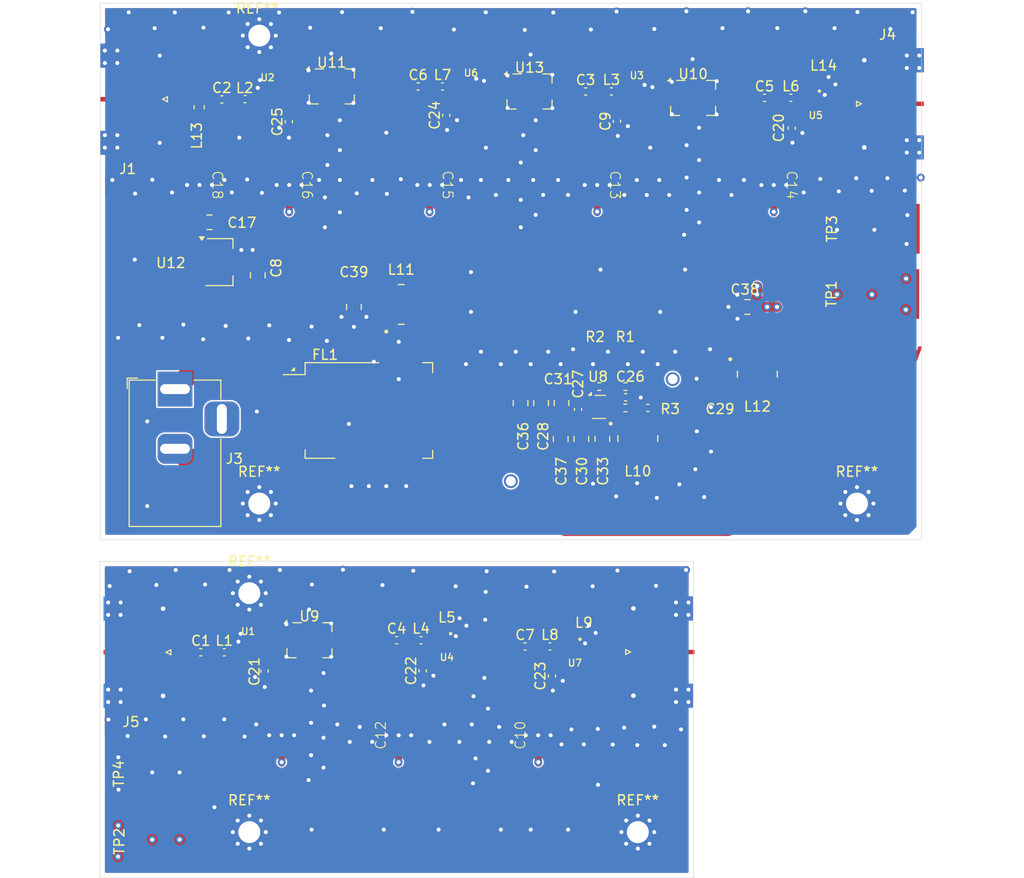
<source format=kicad_pcb>
(kicad_pcb (version 20240108) (generator "pcbnew") (generator_version "8.0")
  (layers (0 "F.Cu" signal) (1 "In1.Cu" signal) (2 "In2.Cu" signal) (31 "B.Cu" signal) (34 "B.Paste" user) (35 "F.Paste" user) (36 "B.SilkS" user "B.Silkscreen") (37 "F.SilkS" user "F.Silkscreen") (38 "B.Mask" user) (39 "F.Mask" user) (44 "Edge.Cuts" user))
  (net 0 "")
  (net 1 "Net-(C1-Pad2)")
  (net 2 "Net-(J5-In)")
  (net 3 "Net-(C2-Pad2)")
  (net 4 "Net-(J1-In)")
  (net 5 "Net-(C3-Pad2)")
  (net 6 "Net-(U13-OUT)")
  (net 7 "Net-(C4-Pad2)")
  (net 8 "Net-(U9-OUT)")
  (net 9 "Net-(C5-Pad2)")
  (net 10 "Net-(U10-OUT)")
  (net 11 "Net-(U11-OUT)")
  (net 12 "Net-(C6-Pad2)")
  (net 13 "Net-(C7-Pad2)")
  (net 14 "Net-(U4-RFOUT)")
  (net 15 "Net-(U12-VI)")
  (net 16 "GND")
  (net 17 "Net-(U3-*SHDN)")
  (net 18 "Net-(U7-*SHDN)")
  (net 19 "+2V85")
  (net 20 "Net-(U1-*SHDN)")
  (net 21 "Net-(U4-*SHDN)")
  (net 22 "Net-(U5-*SHDN)")
  (net 23 "Net-(U6-*SHDN)")
  (net 24 "Net-(U2-*SHDN)")
  (net 25 "+3.3")
  (net 26 "Net-(C18-Pad1)")
  (net 27 "Net-(U8-SS)")
  (net 28 "+24")
  (net 29 "Net-(U8-SW)")
  (net 30 "Net-(C29-Pad2)")
  (net 31 "Net-(C30-Pad1)")
  (net 32 "Net-(FL1-B)")
  (net 33 "Net-(FL1-PSG)")
  (net 34 "Net-(J2-In)")
  (net 35 "Net-(U1-RFIN)")
  (net 36 "Net-(U2-RFIN)")
  (net 37 "Net-(U3-RFIN)")
  (net 38 "Net-(U4-RFIN)")
  (net 39 "Net-(L5-Pad2)")
  (net 40 "Net-(U5-RFIN)")
  (net 41 "Net-(U6-RFIN)")
  (net 42 "Net-(U7-RFIN)")
  (net 43 "Net-(L9-Pad2)")
  (net 44 "Net-(U8-FB)")
  (net 45 "Net-(U8-BST)")
  (net 46 "Net-(U1-RFOUT)")
  (net 47 "Net-(U11-IN)")
  (net 48 "Net-(U10-IN)")
  (net 50 "Net-(L14-Pad2)")
  (net 51 "Net-(J4-In)")
  (net 52 "Net-(U13-IN)")
  (footprint "Package_DFN_QFN:UDFN-6 1.5x1x.75mm" (layer "F.Cu") (at 69.322475 57.30324 -90)
    (property "Reference" "U6")
    (property "Value" "MAX2659ELT+TG47" (hide yes))
  )
  (footprint "Capacitor_SMD:C_0402_1005Metric_Pad0.74x0.62mm_HandSolder" (layer "F.Cu") (at 63.94797 57.109108)
    (property "Reference" "C6")
    (property "Value" "470p")
  )
  (footprint "Capacitor_SMD:C_0402_1005Metric_Pad0.74x0.62mm_HandSolder" (layer "F.Cu") (at 80 89.54 90)
    (property "Reference" "C27")
    (property "Value" "100n")
  )
  (footprint "Capacitor_SMD:FeedThrough_NFM3DPC" (layer "F.Cu") (at 75.996663 122.272601 90)
    (property "Reference" "C10")
    (property "Value" "C_Feedthrough")
  )
  (footprint "Resistor_SMD:R_0402_1005Metric" (layer "F.Cu") (at 84.75 87.25 180)
    (property "Reference" "R1")
    (property "Value" "47K")
  )
  (footprint "Capacitor_SMD:C_0805_2012Metric" (layer "F.Cu") (at 43 70.75)
    (property "Reference" "C17")
    (property "Value" "22u")
  )
  (footprint "Capacitor_SMD:C_0805_2012Metric" (layer "F.Cu") (at 47.8536 76.073 90)
    (property "Reference" "C8")
    (property "Value" "22u")
  )
  (footprint "Capacitor_SMD:C_0805_2012Metric" (layer "F.Cu") (at 57.5 79.25 -90)
    (property "Reference" "C39")
    (property "Value" "22u")
  )
  (footprint "Capacitor_SMD:FeedThrough_NFM3DPC" (layer "F.Cu") (at 61.996663 122.272601 90)
    (property "Reference" "C12")
    (property "Value" "C_Feedthrough")
  )
  (footprint "Connector_Coaxial:SMA_Molex_73251-1153_EdgeMount_Horizontal" (layer "F.Cu") (at 36.2875 58.389233)
    (property "Reference" "J1")
    (property "Value" "Input")
  )
  (footprint "Capacitor_SMD:C_0402_1005Metric_Pad0.74x0.62mm_HandSolder" (layer "F.Cu") (at 42.13064 113.935204)
    (property "Reference" "C1")
    (property "Value" "470p")
  )
  (footprint "Capacitor_SMD:C_0402_1005Metric_Pad0.74x0.62mm_HandSolder" (layer "F.Cu") (at 61.786292 112.725967)
    (property "Reference" "C4")
    (property "Value" "470p")
  )
  (footprint "Filter:Filter_Murata_BNX025" (layer "F.Cu") (at 59 89.65)
    (property "Reference" "FL1")
    (property "Value" "BNX028")
  )
  (footprint "MountingHole:MountingHole_2.2mm_M2_Pad_Via" (layer "F.Cu") (at 47 108)
    (property "Reference" "REF**")
    (property "Value" "MountingHole_2.2mm_M2_Pad_Via")
  )
  (footprint "Capacitor_SMD:C_0402_1005Metric_Pad0.74x0.62mm_HandSolder" (layer "F.Cu") (at 87 89.39 180)
    (property "Reference" "C29")
    (property "Value" "100n")
  )
  (footprint "Connector_Coaxial:SMA_Molex_73251-1153_EdgeMount_Horizontal" (layer "F.Cu") (at 110.45229 58.846565 180)
    (property "Reference" "J4")
    (property "Value" "Conn_Coaxial_Small")
  )
  (footprint "Inductor_SMD:L_0402_1005Metric_Pad0.77x0.64mm_HandSolder" (layer "F.Cu") (at 44.486547 113.939598)
    (property "Reference" "L1")
    (property "Value" "6.8n")
  )
  (footprint "Inductor_SMD:L_0402_1005Metric_Pad0.77x0.64mm_HandSolder" (layer "F.Cu") (at 83.351271 57.603274)
    (property "Reference" "L3")
    (property "Value" "6.8n")
  )
  (footprint "Capacitor_SMD:C_0402_1005Metric_Pad0.74x0.62mm_HandSolder" (layer "F.Cu") (at 83.903219 60.603305 90)
    (property "Reference" "C9")
    (property "Value" "33n")
  )
  (footprint "Capacitor_SMD:FeedThrough_NFM3DPC" (layer "F.Cu") (at 81.921435 67.005205 -90)
    (property "Reference" "C13")
    (property "Value" "C_Feedthrough")
  )
  (footprint "Package_DFN_QFN:UDFN-6 1.5x1x.75mm" (layer "F.Cu") (at 86.22166 57.9228 -90)
    (property "Reference" "U3")
    (property "Value" "MAX2659ELT+TG47" (hide yes))
  )
  (footprint "Package_DFN_QFN:UDFN-6 1.5x1x.75mm" (layer "F.Cu") (at 66.709536 113.037114 -90)
    (property "Reference" "U4")
    (property "Value" "MAX2659ELT+TG47" (hide yes))
  )
  (footprint "Capacitor_SMD:C_0805_2012Metric" (layer "F.Cu") (at 78.26 92.52 90)
    (property "Reference" "C37")
    (property "Value" "22u")
  )
  (footprint "Symbol:OSHW-Symbol_6.7x6mm_Copper" (layer "F.Cu") (at 79 131)
    (property "Reference" "REF**" (hide yes))
    (property "Value" "OSHW-Symbol_6.7x6mm_Copper" (hide yes))
  )
  (footprint "Package_DFN_QFN:UDFN-6 1.5x1x.75mm" (layer "F.Cu") (at 48.822416 57.714976)
    (property "Reference" "U2")
    (property "Value" "MAX2659ELT+TG47" (hide yes))
  )
  (footprint "Capacitor_SMD:C_0805_2012Metric" (layer "F.Cu") (at 74.23 88.91 -90)
    (property "Reference" "C36")
    (property "Value" "22u")
  )
  (footprint "Capacitor_SMD:C_0805_2012Metric" (layer "F.Cu") (at 78.34 88.9 -90)
    (property "Reference" "C31")
    (property "Value" "22u")
  )
  (footprint "Capacitor_SMD:C_0402_1005Metric_Pad0.74x0.62mm_HandSolder" (layer "F.Cu") (at 80.755477 57.607878)
    (property "Reference" "C3")
    (property "Value" "470p")
  )
  (footprint "MountingHole:MountingHole_2.2mm_M2_Pad_Via" (layer "F.Cu") (at 47 132)
    (property "Reference" "REF**")
    (property "Value" "MountingHole_2.2mm_M2_Pad_Via")
  )
  (footprint "Capacitor_SMD:C_0402_1005Metric_Pad0.74x0.62mm_HandSolder" (layer "F.Cu") (at 44.239346 58.405621)
    (property "Reference" "C2")
    (property "Value" "470p")
  )
  (footprint "Capacitor_SMD:C_0402_1005Metric_Pad0.74x0.62mm_HandSolder" (layer "F.Cu") (at 66.763043 60 90)
    (property "Reference" "C24")
    (property "Value" "33n")
  )
  (footprint "Capacitor_SMD:C_0402_1005Metric_Pad0.74x0.62mm_HandSolder" (layer "F.Cu") (at 98.718473 58.252432)
    (property "Reference" "C5")
    (property "Value" "470p")
  )
  (footprint "Filter:Filter_SAW_Epcos_DCC6C_3x3mm" (layer "F.Cu") (at 91.550973 58.255205)
    (property "Reference" "U10")
    (property "Value" "SF1186E-2")
  )
  (footprint "Capacitor_SMD:C_0402_1005Metric_Pad0.74x0.62mm_HandSolder" (layer "F.Cu") (at 77.376592 116.322206 90)
    (property "Reference" "C23")
    (property "Value" "33n")
  )
  (footprint "Inductor_SMD:L_0603_1608Metric" (layer "F.Cu") (at 41.964992 59.185991 -90)
    (property "Reference" "L13")
    (property "Value" "22nH")
  )
  (footprint "Symbol:OSHW-Symbol_6.7x6mm_Copper" (layer "F.Cu") (at 108 91)
    (property "Reference" "REF**" (hide yes))
    (property "Value" "OSHW-Symbol_6.7x6mm_Copper" (hide yes))
  )
  (footprint "Capacitor_SMD:C_0402_1005Metric_Pad0.74x0.62mm_HandSolder" (layer "F.Cu") (at 48.529163 115.822601 90)
    (property "Reference" "C21")
    (property "Value" "33n")
  )
  (footprint "Connector_Coaxial:SMA_Molex_73251-1153_EdgeMount_Horizontal" (layer "F.Cu") (at 36.623322 113.935043)
    (property "Reference" "J5")
    (property "Value" "Conn_Coaxial_Small" (hide yes))
  )
  (footprint "Inductor_SMD:L_0402_1005Metric_Pad0.77x0.64mm_HandSolder" (layer "F.Cu") (at 46.5725 58.37292)
    (property "Reference" "L2")
    (property "Value" "6.8n")
  )
  (footprint "Capacitor_SMD:C_0805_2012Metric" (layer "F.Cu") (at 76.29 88.91 -90)
    (property "Reference" "C28")
    (property "Value" "22u")
  )
  (footprint "Inductor_SMD:4x4x2.8mmIND_VLCF4028T-2R7N1R8-2" (layer "F.Cu") (at 98 86)
    (property "Reference" "L12")
    (property "Value" "2.7u")
  )
  (footprint "Package_DFN_QFN:UDFN-6 1.5x1x.75mm" (layer "F.Cu") (at 46.879117 113.336339)
    (property "Reference" "U1")
    (property "Value" "MAX2659ELT+TG47" (hide yes))
  )
  (footprint "Capacitor_SMD:FeedThrough_NFM3DPC" (layer "F.Cu") (at 42 67 -90)
    (property "Reference" "C18")
    (property "Value" "C_Feedthrough")
  )
  (footprint "Inductor_SMD:L_0402_1005Metric_Pad0.77x0.64mm_HandSolder" (layer "F.Cu") (at 64.239755 112.72765)
    (property "Reference" "L4")
    (property "Value" "6.8n")
  )
  (footprint "Capacitor_SMD:C_0805_2012Metric" (layer "F.Cu") (at 97 79.25 180)
    (property "Reference" "C38")
    (property "Value" "22u")
  )
  (footprint "Resistor_SMD:R_0402_1005Metric" (layer "F.Cu") (at 84.75 89.4)
    (property "Reference" "R3")
    (property "Value" "2.2")
  )
  (footprint "Capacitor_SMD:FeedThrough_NFM3DPC" (layer "F.Cu") (at 51 67 -90)
    (property "Reference" "C16")
    (property "Value" "C_Feedthrough")
  )
  (footprint "Filter:Filter_SAW_Epcos_DCC6C_3x3mm" (layer "F.Cu") (at 75.129266 57.609144)
    (property "Reference" "U13")
    (property "Value" "SF1186E-2")
  )
  (footprint "Inductor_SMD:L_0402_1005Metric" (layer "F.Cu") (at 104.644297 56.888466 180)
    (property "Reference" "L14")
    (property "Value" ".9nH")
  )
  (footprint "MountingHole:MountingHole_2.2mm_M2_Pad_Via" (layer "F.Cu") (at 48 52)
    (property "Reference" "REF**")
    (property "Value" "MountingHole_2.2mm_M2_Pad_Via")
  )
  (footprint "Capacitor_SMD:C_0402_1005Metric_Pad0.74x0.62mm_HandSolder" (layer "F.Cu") (at 84.766755 88.328689 180)
    (property "Reference" "C26")
    (property "Value" "100n")
  )
  (footprint "Inductor_SMD:4x4x2.8mmIND_VLCF4028T-2R7N1R8-2" (layer "F.Cu") (at 62.25 79 90)
    (property "Reference" "L11")
    (property "Value" "2.7u")
  )
  (footprint "Inductor_SMD:4x4x2.8mmIND_VLCF4028T-2R7N1R8-2" (layer "F.Cu") (at 86 92.47)
    (property "Reference" "L10")
    (property "Value" "2.7u")
  )
  (footprint "Connector_Wire:SolderWirePad_1x01_SMD_5x10mm" (layer "F.Cu") (at 37.761127 132.938846 90)
    (property "Reference" "TP2")
    (property "Value" "TestPoint")
  )
  (footprint "Symbol:KiCad-Logo2_6mm_Copper" (layer "F.Cu") (at 78 77)
    (property "Reference" "REF**" (hide yes))
    (property "Value" "KiCad-Logo2_6mm_Copper" (hide yes))
  )
  (footprint "Symbol:KiCad-Logo2_6mm_Copper" (layer "F.Cu") (at 66 131)
    (property "Reference" "REF**" (hide yes))
    (property "Value" "KiCad-Logo2_6mm_Copper" (hide yes))
  )
  (footprint "Inductor_SMD:L_0402_1005Metric" (layer "F.Cu") (at 67.506491 111.551102 180)
    (property "Reference" "L5")
    (property "Value" ".9nH")
  )
  (footprint "Package_DFN_QFN:UDFN-6 1.5x1x.75mm" (layer "F.Cu") (at 79.68639 113.603342 -90)
    (property "Reference" "U7")
    (property "Value" "MAX2659ELT+TG47" (hide yes))
  )
  (footprint "Package_TO_SOT_SMD:SOT-89-3" (layer "F.Cu") (at 44 74.75)
    (property "Reference" "U12")
    (property "Value" "AP7384-33Y")
  )
  (footprint "MountingHole:MountingHole_2.2mm_M2_Pad_Via" (layer "F.Cu") (at 86 132)
    (property "Reference" "REF**")
    (property "Value" "MountingHole_2.2mm_M2_Pad_Via")
  )
  (footprint "Connector_Coaxial:SMA_Molex_73251-1153_EdgeMount_Horizontal" (layer "F.Cu") (at 87.277127 113.913046 180)
    (property "Reference" "J2" (hide yes))
    (property "Value" "Conn_Coaxial_Small")
  )
  (footprint "Capacitor_SMD:FeedThrough_NFM3DPC" (layer "F.Cu") (at 50.246663 122.272601 -90)
    (property "Reference" "C11" (hide yes))
    (property "Value" "C_Feedthrough")
  )
  (footprint "Resistor_SMD:R_0402_1005Metric" (layer "F.Cu") (at 82.121783 87.244457 180)
    (property "Reference" "R2")
    (property "Value" "18K")
  )
  (footprint "Inductor_SMD:L_0402_1005Metric_Pad0.77x0.64mm_HandSolder" (layer "F.Cu") (at 101.365747 58.247828)
    (property "Reference" "L6")
    (property "Value" "6.8n")
  )
  (footprint "Capacitor_SMD:C_0402_1005Metric_Pad0.74x0.62mm_HandSolder" (layer "F.Cu") (at 74.679163 113.355472)
    (property "Reference" "C7")
    (property "Value" "470p")
  )
  (footprint "Connector_Wire:SolderWirePad_1x01_SMD_5x10mm" (layer "F.Cu") (at 109.2454 77.9526 90)
    (property "Reference" "TP1")
    (property "Value" "TestPoint")
  )
  (footprint "Connector_BarrelJack:BarrelJack_Horizontal" (layer "F.Cu") (at 39.5425 87.5 90)
    (property "Reference" "J3")
    (property "Value" "Jack-DC")
  )
  (footprint "Capacitor_SMD:C_0805_2012Metric" (layer "F.Cu") (at 82.44 92.5 90)
    (property "Reference" "C33")
    (property "Value" "22u")
  )
  (footprint "Capacitor_SMD:FeedThrough_NFM3DPC" (layer "F.Cu") (at 99.650973 67.005205 -90)
    (property "Reference" "C14")
    (property "Value" "C_Feedthrough")
  )
  (footprint "Capacitor_SMD:C_0402_1005Metric_Pad0.74x0.62mm_HandSolder" (layer "F.Cu") (at 101.444297 61.288466 90)
    (property "Reference" "C20")
    (property "Value" "33n")
  )
  (footprint "Capacitor_SMD:C_0402_1005Metric_Pad0.74x0.62mm_HandSolder" (layer "F.Cu") (at 64.399979 115.800224 90)
    (property "Reference" "C22")
    (property "Value" "33n")
  )
  (footprint "Inductor_SMD:L_0402_1005Metric_Pad0.77x0.64mm_HandSolder" (layer "F.Cu") (at 77.179163 113.348566)
    (property "Reference" "L8")
    (property "Value" "6.8n")
  )
  (footprint "Connector_Wire:SolderWirePad_1x01_SMD_5x10mm" (layer "F.Cu") (at 109.2962 71.3994 90)
    (property "Reference" "TP3")
    (property "Value" "TestPoint")
  )
  (footprint "Connector_Wire:SolderWirePad_1x01_SMD_5x10mm" (layer "F.Cu") (at 37.710327 126.131646 90)
    (property "Reference" "TP4")
    (property "Value" "TestPoint")
  )
  (footprint "Package_DFN_QFN:UDFN-6 1.5x1x.75mm" (layer "F.Cu") (at 103.733701 58.536932 -90)
    (property "Reference" "U5")
    (property "Value" "MAX2659ELT+TG47" (hide yes))
  )
  (footprint "MountingHole:MountingHole_2.2mm_M2_Pad_Via" (layer "F.Cu") (at 48 99)
    (property "Reference" "REF**")
    (property "Value" "MountingHole_2.2mm_M2_Pad_Via")
  )
  (footprint "Capacitor_SMD:C_0805_2012Metric" (layer "F.Cu") (at 80.33 92.5 90)
    (property "Reference" "C30")
    (property "Value" "22u")
  )
  (footprint "Inductor_SMD:L_0402_1005Metric" (layer "F.Cu") (at 80.477302 112.113197 180)
    (property "Reference" "L9")
    (property "Value" ".9nH")
  )
  (footprint "Inductor_SMD:L_0402_1005Metric_Pad0.77x0.64mm_HandSolder" (layer "F.Cu") (at 66.395495 57.11005)
    (property "Reference" "L7")
    (property "Value" "6.8n")
  )
  (footprint "Filter:Filter_SAW_Epcos_DCC6C_3x3mm" (layer "F.Cu") (at 55.275693 57.101548)
    (property "Reference" "U11")
    (property "Value" "SF1186E-2")
  )
  (footprint "Package_TO_SOT_SMD:SOT-583-8" (layer "F.Cu") (at 82.1 89.29)
    (property "Reference" "U8")
    (property "Value" "TPS62933")
  )
  (footprint "Capacitor_SMD:C_0402_1005Metric_Pad0.74x0.62mm_HandSolder" (layer "F.Cu") (at 50.964992 60.650049 90)
    (property "Reference" "C25")
    (property "Value" "33n")
  )
  (footprint "Capacitor_SMD:FeedThrough_NFM3DPC" (layer "F.Cu") (at 65.113043 67 -90)
    (property "Reference" "C15")
    (property "Value" "C_Feedthrough")
  )
  (footprint "Filter:Filter_SAW_Epcos_DCC6C_3x3mm" (layer "F.Cu") (at 53.0352 112.7252)
    (property "Reference" "U9")
    (property "Value" "SF1186E-2")
  )
  (footprint "MountingHole:MountingHole_2.2mm_M2_Pad_Via" (layer "F.Cu") (at 108 99)
    (property "Reference" "REF**")
    (property "Value" "MountingHole_2.2mm_M2_Pad_Via")
  )
  (gr_line (start 32.0294 48.7426) (end 32.0294 102.6414) (stroke (width 0.05)) (layer "Edge.Cuts"))
  (gr_line (start 114.4778 102.6414) (end 114.4778 48.7426) (stroke (width 0.05)) (layer "Edge.Cuts"))
  (gr_line (start 32.0294 102.6414) (end 114.4778 102.6414) (stroke (width 0.05)) (layer "Edge.Cuts"))
  (gr_line (start 114.4778 48.7426) (end 32.0294 48.7426) (stroke (width 0.05)) (layer "Edge.Cuts"))
  (gr_line (start 32 104.8) (end 91.6 104.8) (stroke (width 0.05)) (layer "Edge.Cuts"))
  (gr_line (start 91.6 136.6) (end 32 136.6) (stroke (width 0.05)) (layer "Edge.Cuts"))
  (gr_line (start 32 136.6) (end 32 104.8) (stroke (width 0.05)) (layer "Edge.Cuts"))
  (gr_line (start 91.6 104.8) (end 91.6 136.6) (stroke (width 0.05)) (layer "Edge.Cuts"))
  (gr_text "+2.85V" (at 49.098191 135.581191 0) (layer "F.Cu") (effects (font (size 1.5 1.5) (thickness 0.2) (bold yes)) (justify left bottom)))
  (gr_text "GND" (at 44 127 0) (layer "F.Cu") (effects (font (size 1.5 1.5) (thickness 0.2) (bold yes)) (justify left bottom)))
  (gr_text "+2.85V" (at 106 85 0) (layer "F.Cu") (effects (font (size 1.5 1.5) (thickness 0.2) (bold yes)) (justify left bottom)))
  (gr_text "GND" (at 97 73 0) (layer "F.Cu") (effects (font (size 1.5 1.5) (thickness 0.2) (bold yes)) (justify left bottom)))
  (via (at 73.25 96.75) (size 1.4) (drill 1) (layers "F.Cu" "B.Cu") (net 0))
  (via (at 89.5 86.5) (size 1.4) (drill 1) (layers "F.Cu" "B.Cu") (net 0))
  (segment (start 42.69814 113.935204) (end 43.909653 113.935204) (width 0.44) (layer "F.Cu") (net 1))
  (segment (start 41.56314 113.935204) (end 35.65656 113.935204) (width 0.44) (layer "F.Cu") (net 2))
  (segment (start 44.850458 58.449233) (end 45.937912 58.449233) (width 0.44) (layer "F.Cu") (net 3))
  (segment (start 36.094992 58.389233) (end 43.655458 58.389233) (width 0.44) (layer "F.Cu") (net 4))
  (segment (start 81.395745 57.607878) (end 82.811452 57.607878) (width 0.44) (layer "F.Cu") (net 5))
  (segment (start 76.269037 57.606498) (end 80.304069 57.606498) (width 0.44) (layer "F.Cu") (net 6))
  (segment (start 63.665572 112.725967) (end 63.667255 112.72765) (width 0.2) (layer "F.Cu") (net 7))
  (segment (start 62.353792 112.725967) (end 63.665572 112.725967) (width 0.44) (layer "F.Cu") (net 7))
  (segment (start 61.092274 112.7252) (end 54.828992 112.7252) (width 0.44) (layer "F.Cu") (net 8))
  (segment (start 99.452267 58.252432) (end 100.691804 58.252432) (width 0.44) (layer "F.Cu") (net 9))
  (segment (start 93.034785 58.238646) (end 97.961859 58.238646) (width 0.44) (layer "F.Cu") (net 10))
  (segment (start 56.49627 57.099945) (end 63.514958 57.099945) (width 0.44) (layer "F.Cu") (net 11))
  (segment (start 65.892922 57.105446) (end 64.632922 57.105446) (width 0.44) (layer "F.Cu") (net 12))
  (segment (start 76.599757 113.355472) (end 76.606663 113.348566) (width 0.2) (layer "F.Cu") (net 13))
  (segment (start 75.246663 113.355472) (end 76.599757 113.355472) (width 0.44) (layer "F.Cu") (net 13))
  (segment (start 67.329989 113.347056) (end 73.970032 113.347056) (width 0.44) (layer "F.Cu") (net 14))
  (segment (start 58.25 78.3) (end 54.3 78.3) (width 1) (layer "F.Cu") (net 15))
  (segment (start 54.3 78.3) (end 53.023 77.023) (width 1) (layer "F.Cu") (net 15))
  (segment (start 57.55 78.25) (end 57.5 78.3) (width 1) (layer "F.Cu") (net 15))
  (segment (start 53.023 77.023) (end 42.823 77.023) (width 1) (layer "F.Cu") (net 15))
  (segment (start 42.823 77.023) (end 42.05 76.25) (width 1) (layer "F.Cu") (net 15))
  (segment (start 60 78.25) (end 58.3 78.25) (width 1) (layer "F.Cu") (net 15))
  (segment (start 60.75 79) (end 60 78.25) (width 1) (layer "F.Cu") (net 15))
  (segment (start 55.219903 114.385811) (end 54.759292 113.9252) (width 0.6) (layer "F.Cu") (net 16))
  (segment (start 93.17968 59.454882) (end 93.167521 59.467041) (width 0.6) (layer "F.Cu") (net 16))
  (segment (start 50.719903 111.117925) (end 51.121451 111.519473) (width 0.6) (layer "F.Cu") (net 16))
  (segment (start 62.05 84.75) (end 62.25 84.55) (width 1) (layer "F.Cu") (net 16))
  (segment (start 55.219903 111.041461) (end 54.736164 111.5252) (width 0.6) (layer "F.Cu") (net 16))
  (segment (start 104.2337 58.282033) (end 104.2337 57.784063) (width 0.2) (layer "F.Cu") (net 16))
  (segment (start 57.5 81.25) (end 57.5 80.2) (width 0.8) (layer "F.Cu") (net 16))
  (segment (start 73.319824 56.411091) (end 74.193969 56.411091) (width 0.6) (layer "F.Cu") (net 16))
  (segment (start 93.430967 57.054882) (end 93.180003 57.054882) (width 0.6) (layer "F.Cu") (net 16))
  (segment (start 77.418276 59.277429) (end 76.957665 58.816818) (width 0.6) (layer "F.Cu") (net 16))
  (segment (start 57.453161 55.416247) (end 56.969422 55.899986) (width 0.6) (layer "F.Cu") (net 16))
  (segment (start 62 84.3) (end 62.25 84.55) (width 1) (layer "F.Cu") (net 16))
  (segment (start 52.953161 55.492711) (end 53.354709 55.894259) (width 0.6) (layer "F.Cu") (net 16))
  (segment (start 53.354709 55.894259) (end 54.228854 55.894259) (width 0.6) (layer "F.Cu") (net 16))
  (segment (start 56.969422 55.899986) (end 56.718458 55.899986) (width 0.6) (layer "F.Cu") (net 16))
  (segment (start 73.366728 58.811091) (end 73.743969 58.811091) (width 0.6) (layer "F.Cu") (net 16))
  (segment (start 53.401613 58.294259) (end 53.778854 58.294259) (width 0.6) (layer "F.Cu") (net 16))
  (segment (start 89.816254 57.049155) (end 90.690399 57.049155) (width 0.6) (layer "F.Cu") (net 16))
  (segment (start 82.107277 90.532427) (end 82.107277 88.5) (width 0.4) (layer "F.Cu") (net 16))
  (segment (start 93.914706 59.915493) (end 93.454095 59.454882) (width 0.6) (layer "F.Cu") (net 16))
  (segment (start 81.611783 87.405709) (end 81.611783 87.244457) (width 0.4) (layer "F.Cu") (net 16))
  (segment (start 54.759292 113.9252) (end 54.484877 113.9252) (width 0.6) (layer "F.Cu") (net 16))
  (segment (start 54.484877 113.9252) (end 54.472718 113.937359) (width 0.6) (layer "F.Cu") (net 16))
  (segment (start 82.162425 90.587575) (end 82.107277 90.532427) (width 0.4) (layer "F.Cu") (net 16))
  (segment (start 72.918276 56.009543) (end 73.319824 56.411091) (width 0.6) (layer "F.Cu") (net 16))
  (segment (start 47.7368 75.0062) (end 43.95 75.0062) (width 1) (layer "F.Cu") (net 16))
  (segment (start 81.36 88.54) (end 82.067277 88.54) (width 0.3) (layer "F.Cu") (net 16))
  (segment (start 62 86.5) (end 62 84.8) (width 1) (layer "F.Cu") (net 16))
  (segment (start 62 84.8) (end 62.25 84.55) (width 1) (layer "F.Cu") (net 16))
  (segment (start 76.957665 58.816818) (end 76.68325 58.816818) (width 0.6) (layer "F.Cu") (net 16))
  (segment (start 85.334255 88.328689) (end 86.271395 88.328689) (width 0.5) (layer "F.Cu") (net 16))
  (segment (start 50.719903 114.367925) (end 51.168355 113.919473) (width 0.6) (layer "F.Cu") (net 16))
  (segment (start 51.121451 111.519473) (end 51.995596 111.519473) (width 0.6) (layer "F.Cu") (net 16))
  (segment (start 93.454095 59.454882) (end 93.17968 59.454882) (width 0.6) (layer "F.Cu") (net 16))
  (segment (start 57.45 80.25) (end 57.5 80.2) (width 0.8) (layer "F.Cu") (net 16))
  (segment (start 59.5 84.75) (end 62.05 84.75) (width 1) (layer "F.Cu") (net 16))
  (segment (start 89.863158 59.449155) (end 90.240399 59.449155) (width 0.6) (layer "F.Cu") (net 16))
  (segment (start 57.55 80.25) (end 57.5 80.2) (width 0.8) (layer "F.Cu") (net 16))
  (segment (start 82.107277 87.901203) (end 81.611783 87.405709) (width 0.4) (layer "F.Cu") (net 16))
  (segment (start 43.95 75.0062) (end 43.95 70.75) (width 1) (layer "F.Cu") (net 16))
  (segment (start 56.99255 58.299986) (end 56.718135 58.299986) (width 0.6) (layer "F.Cu") (net 16))
  (segment (start 86.271395 88.328689) (end 86.295016 88.35231) (width 0.3) (layer "F.Cu") (net 16))
  (segment (start 104.2337 57.784063) (end 105.129297 56.888466) (width 0.2) (layer "F.Cu") (net 16))
  (segment (start 93.914706 56.571143) (end 93.430967 57.054882) (width 0.6) (layer "F.Cu") (net 16))
  (segment (start 56.718135 58.299986) (end 56.705976 58.312145) (width 0.6) (layer "F.Cu") (net 16))
  (segment (start 54.736164 111.5252) (end 54.4852 111.5252) (width 0.6) (layer "F.Cu") (net 16))
  (segment (start 72.918276 59.259543) (end 73.366728 58.811091) (width 0.6) (layer "F.Cu") (net 16))
  (segment (start 51.168355 113.919473) (end 51.545596 113.919473) (width 0.6) (layer "F.Cu") (net 16))
  (segment (start 76.934537 56.416818) (end 76.683573 56.416818) (width 0.6) (layer "F.Cu") (net 16))
  (segment (start 89.414706 59.897607) (end 89.863158 59.449155) (width 0.6) (layer "F.Cu") (net 16))
  (segment (start 82.162425 90.587575) (end 82 90.75) (width 0.2) (layer "F.Cu") (net 16))
  (segment (start 56.25 80.25) (end 57.45 80.25) (width 0.8) (layer "F.Cu") (net 16))
  (segment (start 52.953161 58.742711) (end 53.401613 58.294259) (width 0.6) (layer "F.Cu") (net 16))
  (segment (start 82.067277 88.54) (end 82.107277 88.5) (width 0.2) (layer "F.Cu") (net 16))
  (segment (start 76.68325 58.816818) (end 76.671091 58.828977) (width 0.6) (layer "F.Cu") (net 16))
  (segment (start 77.418276 55.933079) (end 76.934537 56.416818) (width 0.6) (layer "F.Cu") (net 16))
  (segment (start 82.107277 88.5) (end 82.107277 87.901203) (width 0.4) (layer "F.Cu") (net 16))
  (segment (start 81.364654 88.535346) (end 81.36 88.54) (width 0.2) (layer "F.Cu") (net 16))
  (segment (start 89.414706 56.647607) (end 89.816254 57.049155) (width 0.6) (layer "F.Cu") (net 16))
  (segment (start 62 82.75) (end 62 84.3) (width 1) (layer "F.Cu") (net 16))
  (segment (start 57.453161 58.760597) (end 56.99255 58.299986) (width 0.6) (layer "F.Cu") (net 16))
  (segment (start 47.8536 75.123) (end 47.7368 75.0062) (width 1) (layer "F.Cu") (net 16))
  (segment (start 58.75 80.25) (end 57.55 80.25) (width 0.8) (layer "F.Cu") (net 16))
  (via (at 91.083322 117.685043) (size 0.8) (drill 0.4) (layers "F.Cu" "B.Cu") (net 16))
  (via (at 59.3598 66.4972) (size 0.8) (drill 0.4) (layers "F.Cu" "B.Cu") (net 16))
  (via (at 33.849527 124.480646) (size 0.8) (drill 0.4) (layers "F.Cu" "B.Cu") (net 16))
  (via (at 71.75 68) (size 0.8) (drill 0.4) (layers "F.Cu" "B.Cu") (net 16))
  (via (at 39.605658 105.669287) (size 0.8) (drill 0.4) (layers "F.Cu" "B.Cu") (net 16))
  (via (at 81.921435 67.005205) (size 0.8) (drill 0.4) (layers "F.Cu" "B.Cu") (net 16))
  (via (at 56.0886 60.4986) (size 0.8) (drill 0.4) (layers "F.Cu" "B.Cu") (net 16))
  (via (at 35.5 74.5) (size 0.8) (drill 0.4) (layers "F.Cu" "B.Cu") (net 16))
  (via (at 68.083322 122.935043) (size 0.8) (drill 0.4) (layers "F.Cu" "B.Cu") (net 16))
  (via (at 75.75 60.5) (size 0.8) (drill 0.4) (layers "F.Cu" "B.Cu") (net 16))
  (via (at 78.25 85) (size 0.8) (drill 0.4) (layers "F.Cu" "B.Cu") (net 16))
  (via (at 85 85) (size 0.8) (drill 0.4) (layers "F.Cu" "B.Cu") (net 16))
  (via (at 114.25 55.25) (size 0.8) (drill 0.4) (layers "F.Cu" "B.Cu") (net 16))
  (via (at 45.25 67.75) (size 0.8) (drill 0.4) (layers "F.Cu" "B.Cu") (net 16))
  (via (at 74.25 71.25) (size 0.8) (drill 0.4) (layers "F.Cu" "B.Cu") (net 16))
  (via (at 87.6554 51.3334) (size 0.8) (drill 0.4) (layers "F.Cu" "B.Cu") (net 16))
  (via (at 90.75 75.5) (size 0.8) (drill 0.4) (layers "F.Cu" "B.Cu") (net 16))
  (via (at 80.583322 123.185043) (size 0.8) (drill 0.4) (layers "F.Cu" "B.Cu") (net 16))
  (via (at 85.9282 96.9518) (size 0.8) (drill 0.4) (layers "F.Cu" "B.Cu") (net 16))
  (via (at 63.367754 49.604994) (size 0.8) (drill 0.4) (layers "F.Cu" "B.Cu") (net 16))
  (via (at 79.5 83.5) (size 0.8) (drill 0.4) (layers "F.Cu" "B.Cu") (net 16))
  (via (at 74.5 62) (size 0.8) (drill 0.4) (layers "F.Cu" "B.Cu") (net 16))
  (via (at 104.766718 57.952249) (size 0.8) (drill 0.4) (layers "F.Cu" "B.Cu") (net 16))
  (via (at 47.572727 116.421082) (size 0.8) (drill 0.4) (layers "F.Cu" "B.Cu") (net 16))
  (via (at 70.56817 56.546928) (size 0.8) (drill 0.4) (layers "F.Cu" "B.Cu") (net 16))
  (via (at 34.083322 110.185043) (size 0.8) (drill 0.4) (layers "F.Cu" "B.Cu") (net 16))
  (via (at 75.996663 122.272601) (size 0.8) (drill 0.4) (layers "F.Cu" "B.Cu") (net 16))
  (via (at 84.624127 121.508846) (size 0.8) (drill 0.4) (layers "F.Cu" "B.Cu") (net 16))
  (via (at 92.150973 70.755205) (size 0.8) (drill 0.4) (layers "F.Cu" "B.Cu") (net 16))
  (via (at 87.9094 98.425) (size 0.8) (drill 0.4) (layers "F.Cu" "B.Cu") (net 16))
  (via (at 56.0886 66.4986) (size 0.8) (drill 0.4) (layers "F.Cu" "B.Cu") (net 16))
  (via (at 81.769886 111.990361) (size 0.8) (drill 0.4) (layers "F.Cu" "B.Cu") (net 16))
  (via (at 37.2618 66.4718) (size 0.8) (drill 0.4) (layers "F.Cu" "B.Cu") (net 16))
  (via (at 39.519392 49.668482) (size 0.8) (drill 0.4) (layers "F.Cu" "B.Cu") (net 16))
  (via (at 91.8972 86.4616) (size 0.8) (drill 0.4) (layers "F.Cu" "B.Cu") (net 16))
  (via (at 42.561727 107.125846) (size 0.8) (drill 0.4) (layers "F.Cu" "B.Cu") (net 16))
  (via (at 70.822258 105.796287) (size 0.8) (drill 0.4) (layers "F.Cu" "B.Cu") (net 16))
  (via (at 83.865554 49.579594) (size 0.8) (drill 0.4) (layers "F.Cu" "B.Cu") (net 16))
  (via (at 46.524127 122.397846) (size 0.8) (drill 0.4) (layers "F.Cu" "B.Cu") (net 16))
  (via (at 33.75 62) (size 0.8) (drill 0.4) (layers "F.Cu" "B.Cu") (net 16))
  (via (at 69 68.25) (size 0.8) (drill 0.4) (layers "F.Cu" "B.Cu") (net 16))
  (via (at 42.3926 51.1998) (size 0.8) (drill 0.4) (layers "F.Cu" "B.Cu") (net 16))
  (via (at 49.984192 49.675082) (size 0.8) (drill 0.4) (layers "F.Cu" "B.Cu") (net 16))
  (via (at 33.874927 127.731846) (size 0.8) (drill 0.4) (layers "F.Cu" "B.Cu") (net 16))
  (via (at 70.958927 119.603846) (size 0.8) (drill 0.4) (layers "F.Cu" "B.Cu") (net 16))
  (via (at 56.25 80.25) (size 0.8) (drill 0.4) (layers "F.Cu" "B.Cu") (net 16))
  (via (at 72.083322 121.435043) (size 0.8) (drill 0.4) (layers "F.Cu" "B.Cu") (net 16))
  (via (at 51.496663 122.272601) (size 0.8) (drill 0.4) (layers "F.Cu" "B.Cu") (net 16))
  (via (at 77.418276 59.277429) (size 0.8) (drill 0.4) (layers "F.Cu" "B.Cu") (net 16))
  (via (at 72.918276 59.259543) (size 0.8) (drill 0.4) (layers "F.Cu" "B.Cu") (net 16))
  (via (at 75.75 70) (size 0.8) (drill 0.4) (layers "F.Cu" "B.Cu") (net 16))
  (via (at 53.2492 81.2238) (size 0.8) (drill 0.4) (layers "F.Cu" "B.Cu") (net 16))
  (via (at 59.333322 122.935043) (size 0.8) (drill 0.4) (layers "F.Cu" "B.Cu") (net 16))
  (via (at 48.550622 117.421082) (size 0.8) (drill 0.4) (layers "F.Cu" "B.Cu") (net 16))
  (via (at 39.25 67.75) (size 0.8) (drill 0.4) (layers "F.Cu" "B.Cu") (net 16))
  (via (at 114.25 63.75) (size 0.8) (drill 0.4) (layers "F.Cu" "B.Cu") (net 16))
  (via (at 54.8386 61.9986) (size 0.8) (drill 0.4) (layers "F.Cu" "B.Cu") (net 16))
  (via (at 33.75 53.5) (size 0.8) (drill 0.4) (layers "F.Cu" "B.Cu") (net 16))
  (via (at 100 51.25) (size 0.8) (drill 0.4) (layers "F.Cu" "B.Cu") (net 16))
  (via (at 92.150973 64.5) (size 0.8) (drill 0.4) (layers "F.Cu" "B.Cu") (net 16))
  (via (at 74.746663 122.272601) (size 0.8) (drill 0.4) (layers "F.Cu" "B.Cu") (net 16))
  (via (at 34.083322 118.935043) (size 0.8) (drill 0.4) (layers "F.Cu" "B.Cu") (net 16))
  (via (at 75.25 131.75) (size 0.8) (drill 0.4) (layers "F.Cu" "B.Cu") (net 16))
  (via (at 73 66.5) (size 0.8) (drill 0.4) (layers "F.Cu" "B.Cu") (net 16))
  (via (at 50.246663 122.272601) (size 0.8) (drill 0.4) (layers "F.Cu" "B.Cu") (net 16))
  (via (at 105.831296 56.902187) (size 0.8) (drill 0.4) (layers "F.Cu" "B.Cu") (net 16))
  (via (at 96.003218 80.435091) (size 0.8) (drill 0.4) (layers "F.Cu" "B.Cu") (net 16))
  (via (at 50.977895 62.25) (size 0.8) (drill 0.4) (layers "F.Cu" "B.Cu") (net 16))
  (via (at 53.25 131.75) (size 0.8) (drill 0.4) (layers "F.Cu" "B.Cu") (net 16))
  (via (at 82 127.25) (size 0.8) (drill 0.4) (layers "F.Cu" "B.Cu") (net 16))
  (via (at 34.982858 105.796287) (size 0.8) (drill 0.4) (layers "F.Cu" "B.Cu") (net 16))
  (via (at 81.08705 111.245449) (size 0.8) (drill 0.4) (layers "F.Cu" "B.Cu") (net 16))
  (via (at 113 54) (size 0.8) (drill 0.4) (layers "F.Cu" "B.Cu") (net 16))
  (via (at 47.692527 121.178646) (size 0.8) (drill 0.4) (layers "F.Cu" "B.Cu") (net 16))
  (via (at 36.618127 120.670646) (size 0.8) (drill 0.4) (layers "F.Cu" "B.Cu") (net 16))
  (via (at 80.671435 67.005205) (size 0.8) (drill 0.4) (layers "F.Cu" "B.Cu") (net 16))
  (via (at 79.75 79.75) (size 0.8) (drill 0.4) (layers "F.Cu" "B.Cu") (net 16))
  (via (at 66.583322 121.185043) (size 0.8) (drill 0.4) (layers "F.Cu" "B.Cu") (net 16))
  (via (at 69.708927 124.593401) (size 0.8) (drill 0.4) (layers "F.Cu" "B.Cu") (net 16))
  (via (at 73.333322 122.935043) (size 0.8) (drill 0.4) (layers "F.Cu" "B.Cu") (net 16))
  (via (at 81.2904 51.3842) (size 0.8) (drill 0.4) (layers "F.Cu" "B.Cu") (net 16))
  (via (at 93.25 83.5) (size 0.8) (drill 0.4) (layers "F.Cu" "B.Cu") (net 16))
  (via (at 104.3178 66.3956) (size 0.8) (drill 0.4) (layers "F.Cu" "B.Cu") (net 16))
  (via (at 75.25 85) (size 0.8) (drill 0.4) (layers "F.Cu" "B.Cu") (net 16))
  (via (at 102.524258 61.775174) (size 0.8) (drill 0.4) (layers "F.Cu" "B.Cu") (net 16))
  (via (at 49.0074 81.0968) (size 0.8) (drill 0.4) (layers "F.Cu" "B.Cu") (net 16))
  (via (at 83.954058 105.720087) (size 0.8) (drill 0.4) (layers "F.Cu" "B.Cu") (net 16))
  (via (at 60.8076 67.8942) (size 0.8) (drill 0.4) (layers "F.Cu" "B.Cu") (net 16))
  (via (at 54.497127 119.283046) (size 0.8) (drill 0.4) (layers "F.Cu" "B.Cu") (net 16))
  (via (at 69.458927 127.093401) (size 0.8) (drill 0.4) (layers "F.Cu" "B.Cu") (net 16))
  (via (at 53.199163 117.783046) (size 0.8) (drill 0.4) (layers "F.Cu" "B.Cu") (net 16))
  (via (at 55.219903 111.041461) (size 0.8) (drill 0.4) (layers "F.Cu" "B.Cu") (net 16))
  (via (at 83.82 98.2726) (size 0.8) (drill 0.4) (layers "F.Cu" "B.Cu") (net 16))
  (via (at 101.524258 62.753069) (size 0.8) (drill 0.4) (layers "F.Cu" "B.Cu") (net 16))
  (via (at 49.75 67) (size 0.8) (drill 0.4) (layers "F.Cu" "B.Cu") (net 16))
  (via (at 112.8014 67.564) (size 0.8) (drill 0.4) (layers "F.Cu" "B.Cu") (net 16))
  (via (at 77 83.75) (size 0.8) (drill 0.4) (layers "F.Cu" "B.Cu") (net 16))
  (via (at 93.914706 56.571143) (size 0.8) (drill 0.4) (layers "F.Cu" "B.Cu") (net 16))
  (via (at 58.75 80.25) (size 0.8) (drill 0.4) (layers "F.Cu" "B.Cu") (net 16))
  (via (at 86.5 83.75) (size 0.8) (drill 0.4) (layers "F.Cu" "B.Cu") (net 16))
  (via (at 85.944927 123.261446) (size 0.8) (drill 0.4) (layers "F.Cu" "B.Cu") (net 16))
  (via (at 44.929592 49.668482) (size 0.8) (drill 0.4) (layers "F.Cu" "B.Cu") (net 16))
  (via (at 46.8992 82.4176) (size 0.8) (drill 0.4) (layers "F.Cu" "B.Cu") (net 16))
  (via (at 90.837458 105.669287) (size 0.8) (drill 0.4) (layers "F.Cu" "B.Cu") (net 16))
  (via (at 77.604058 105.821687) (size 0.8) (drill 0.4) (layers "F.Cu" "B.Cu") (net 16))
  (via (at 61.996663 122.272601) (size 0.8) (drill 0.4) (layers "F.Cu" "B.Cu") (net 16))
  (via (at 80.705308 113.040423) (size 0.8) (drill 0.4) (layers "F.Cu" "B.Cu") (net 16))
  (via (at 105.75 51.25) (size 0.8) (drill 0.4) (layers "F.Cu" "B.Cu") (net 16))
  (via (at 87.25 63.25) (size 0.8) (drill 0.4) (layers "F.Cu" "B.Cu") (net 16))
  (via (at 90.900973 66.255205) (size 0.8) (drill 0.4) (layers "F.Cu" "B.Cu") (net 16))
  (via (at 88 85) (size 0.8) (drill 0.4) (layers "F.Cu" "B.Cu") (net 16))
  (via (at 74.25 68.5) (size 0.8) (drill 0.4) (layers "F.Cu" "B.Cu") (net 16))
  (via (at 70.593086 116.505843) (size 0.8) (drill 0.4) (layers "F.Cu" "B.Cu") (net 16))
  (via (at 56.395058 105.643887) (size 0.8) (drill 0.4) (layers "F.Cu" "B.Cu") (net 16))
  (via (at 81.5 97) (size 0.8) (drill 0.4) (layers "F.Cu" "B.Cu") (net 16))
  (via (at 112.9792 72.9234) (size 0.8) (drill 0.4) (layers "F.Cu" "B.Cu") (net 16))
  (via (at 69.25 75.75) (size 0.8) (drill 0.4) (layers "F.Cu" "B.Cu") (net 16))
  (via (at 42 67) (size 0.8) (drill 0.4) (layers "F.Cu" "B.Cu") (net 16))
  (via (at 69.506891 118.353846) (size 0.8) (drill 0.4) (layers "F.Cu" "B.Cu") (net 16))
  (via (at 70.25 66.5) (size 0.8) (drill 0.4) (layers "F.Cu" "B.Cu") (net 16))
  (via (at 62.2046 66.421) (size 0.8) (drill 0.4) (layers "F.Cu" "B.Cu") (net 16))
  (via (at 82.25 75.5) (size 0.8) (drill 0.4) (layers "F.Cu" "B.Cu") (net 16))
  (via (at 74.25 64.75) (size 0.8) (drill 0.4) (layers "F.Cu" "B.Cu") (net 16))
  (via (at 81.459527 107.310246) (size 0.8) (drill 0.4) (layers "F.Cu" "B.Cu") (net 16))
  (via (at 44.5 66.5) (size 0.8) (drill 0.4) (layers "F.Cu" "B.Cu") (net 16))
  (via (at 53.199163 121.022601) (size 0.8) (drill 0.4) (layers "F.Cu" "B.Cu") (net 16))
  (via (at 67.707727 107.310246) (size 0.8) (drill 0.4) (layers "F.Cu" "B.Cu") (net 16))
  (via (at 37.5 51.25) (size 0.8) (drill 0.4) (layers "F.Cu" "B.Cu") (net 16))
  (via (at 40.377327 120.670646) (size 0.8) (drill 0.4) (layers "F.Cu" "B.Cu") (net 16))
  (via (at 50.070458 105.675887) (size 0.8) (drill 0.4) (layers "F.Cu" "B.Cu") (net 16))
  (via (at 70.679527 110.663046) (size 0.8) (drill 0.4) (layers "F.Cu" "B.Cu") (net 16))
  (via (at 86.667498 56.951616) (size 0.8) (drill 0.4) (layers "F.Cu" "B.Cu") (net 16))
  (via (at 87.824527 107.259446) (size 0.8) (drill 0.4) (layers "F.Cu" "B.Cu") (net 16))
  (via (at 32.5 62) (size 0.8) (drill 0.4) (layers "F.Cu" "B.Cu") (net 16))
  (via (at 33.75 54.75) (size 0.8) (drill 0.4) (layers "F.Cu" "B.Cu") (net 16))
  (via (at 91.7702 95.5548) (size 0.8) (drill 0.4) (layers "F.Cu" "B.Cu") (net 16))
  (via (at 96.650973 66.505205) (size 0.8) (drill 0.4) (layers "F.Cu" "B.Cu") (net 16))
  (via (at 89.833322 118.935043) (size 0.8) (drill 0.4) (layers "F.Cu" "B.Cu") (net 16))
  (via (at 52.25 67) (size 0.8) (drill 0.4) (layers "F.Cu" "B.Cu") (net 16))
  (via (at 86.295016 88.35231) (size 0.8) (drill 0.4) (layers "F.Cu" "B.Cu") (net 16))
  (via (at 40.386 81.026) (size 0.8) (drill 0.4) (layers "F.Cu" "B.Cu") (net 16))
  (via (at 37.25 126) (size 0.8) (drill 0.4) (layers "F.Cu" "B.Cu") (net 16))
  (via (at 114.25 54) (size 0.8) (drill 0.4) (layers "F.Cu" "B.Cu") (net 16))
  (via (at 60.5 131.75) (size 0.8) (drill 0.4) (layers "F.Cu" "B.Cu") (net 16))
  (via (at 59.5 84.75) (size 0.8) (drill 0.4) (layers "F.Cu" "B.Cu") (net 16))
  (via (at 90.17 97.0788) (size 0.8) (drill 0.4) (layers "F.Cu" "B.Cu") (net 16))
  (via (at 40 126) (size 0.8) (drill 0.4) (layers "F.Cu" "B.Cu") (net 16))
  (via (at 58.083322 121.435043) (size 0.8) (drill 0.4) (layers "F.Cu" "B.Cu") (net 16))
  (via (at 62 86.5) (size 0.8) (drill 0.4) (layers "F.Cu" "B.Cu") (net 16))
  (via (at 53.001127 109.647046) (size 0.8) (drill 0.4) (layers "F.Cu" "B.Cu") (net 16))
  (via (at 53.1114 51.2064) (size 0.8) (drill 0.4) (layers "F.Cu" "B.Cu") (net 16))
  (via (at 68.794471 111.267128) (size 0.8) (drill 0.4) (layers "F.Cu" "B.Cu") (net 16))
  (via (at 54.449163 125.522601) (size 0.8) (drill 0.4) (layers "F.Cu" "B.Cu") (net 16))
  (via (at 65.483892 116.285859) (size 0.8) (drill 0.4) (layers "F.Cu" "B.Cu") (net 16))
  (via (at 54.7878 82.6516) (size 0.8) (drill 0.4) (layers "F.Cu" "B.Cu") (net 16))
  (via (at 57 91) (size 0.8) (drill 0.4) (layers "F.Cu" "B.Cu") (net 16))
  (via (at 63.246663 122.272601) (size 0.8) (drill 0.4) (layers "F.Cu" "B.Cu") (net 16))
  (via (at 65.113043 67) (size 0.8) (drill 0.4) (layers "F.Cu" "B.Cu") (net 16))
  (via (at 66.849537 61.470989) (size 0.8) (drill 0.4) (layers "F.Cu" "B.Cu") (net 16))
  (via (at 36.75 99.25) (size 0.8) (drill 0.4) (layers "F.Cu" "B.Cu") (net 16))
  (via (at 88.713527 123.261446) (size 0.8) (drill 0.4) (layers "F.Cu" "B.Cu") (net 16))
  (via (at 74.6522 51.4234) (size 0.8) (drill 0.4) (layers "F.Cu" "B.Cu") (net 16))
  (via (at 34.894354 49.655794) (size 0.8) (drill 0.4) (layers "F.Cu" "B.Cu") (net 16))
  (via (at 33.25 66.5) (size 0.8) (drill 0.4) (layers "F.Cu" "B.Cu") (net 16))
  (via (at 60.198 51.2572) (size 0.8) (drill 0.4) (layers "F.Cu" "B.Cu") (net 16))
  (via (at 44.6278 81.153) (size 0.8) (drill 0.4) (layers "F.Cu" "B.Cu") (net 16))
  (via (at 109.474 67.5894) (size 0.8) (drill 0.4) (layers "F.Cu" "B.Cu") (net 16))
  (via (at 93.345 89.3064) (size 0.8) (drill 0.4) (layers "F.Cu" "B.Cu") (net 16))
  (via (at 62.75 97.25) (size 0.8) (drill 0.4) (layers "F.Cu" "B.Cu") (net 16))
  (via (at 57.5 81.25) (size 0.8) (drill 0.4) (layers "F.Cu" "B.Cu") (net 16))
  (via (at 55.2196 53.7972) (size 0.8) (drill 0.4) (layers "F.Cu" "B.Cu") (net 16))
  (via (at 78.333322 123.185043) (size 0.8) (drill 0.4) (layers "F.Cu" "B.Cu") (net 16))
  (via (at 87.46339 57.17013) (size 0.8) (drill 0.4) (layers "F.Cu" "B.Cu") (net 16))
  (via (at 113.583554 49.655794) (size 0.8) (drill 0.4) (layers "F.Cu" "B.Cu") (net 16))
  (via (at 95.099027 79.244795) (size 0.8) (drill 0.4) (layers "F.Cu" "B.Cu") (net 16))
  (via (at 113 62.5) (size 0.8) (drill 0.4) (layers "F.Cu" "B.Cu") (net 16))
  (via (at 92.6592 98.3488) (size 0.8) (drill 0.4) (layers "F.Cu" "B.Cu") (net 16))
  (via (at 66.363043 67) (size 0.8) (drill 0.4) (layers "F.Cu" "B.Cu") (net 16))
  (via (at 32.833322 110.185043) (size 0.8) (drill 0.4) (layers "F.Cu" "B.Cu") (net 16))
  (via (at 57.785 67.8434) (size 0.8) (drill 0.4) (layers "F.Cu" "B.Cu") (net 16))
  (via (at 75.5 66.5) (size 0.8) (drill 0.4) (layers "F.Cu" "B.Cu") (net 16))
  (via (at 95.400973 68.005205) (size 0.8) (drill 0.4) (layers "F.Cu" "B.Cu") (net 16))
  (via (at 36.75 90.75) (size 0.8) (drill 0.4) (layers "F.Cu" "B.Cu") (net 16))
  (via (at 55.219903 114.385811) (size 0.8) (drill 0.4) (layers "F.Cu" "B.Cu") (net 16))
  (via (at 113 63.75) (size 0.8) (drill 0.4) (layers "F.Cu" "B.Cu") (net 16))
  (via (at 45.015858 105.669287) (size 0.8) (drill 0.4) (layers "F.Cu" "B.Cu") (net 16))
  (via (at 90.900973 69.505205) (size 0.8) (drill 0.4) (layers "F.Cu" "B.Cu") (net 16))
  (via (at 111.0488 66.3194) (size 0.8) (drill 0.4) (layers "F.Cu" "B.Cu") (net 16))
  (via (at 51 67) (size 0.8) (drill 0.4) (layers "F.Cu" "B.Cu") (net 16))
  (via (at 84.994454 61.095768) (size 0.8) (drill 0.4) (layers "F.Cu" "B.Cu") (net 16))
  (via (at 47.338129 73.52531) (size 0.8) (drill 0.4) (layers "F.Cu" "B.Cu") (net 16))
  (via (at 70.733754 49.655794) (size 0.8) (drill 0.4) (layers "F.Cu" "B.Cu") (net 16))
  (via (at 54 66.5) (size 0.8) (drill 0.4) (layers "F.Cu" "B.Cu") (net 16))
  (via (at 77.515554 49.681194) (size 0.8) (drill 0.4) (layers "F.Cu" "B.Cu") (net 16))
  (via (at 93.345 93.7768) (size 0.8) (drill 0.4) (layers "F.Cu" "B.Cu") (net 16))
  (via (at 106.172 67.6402) (size 0.8) (drill 0.4) (layers "F.Cu" "B.Cu") (net 16))
  (via (at 32.833322 117.685043) (size 0.8) (drill 0.4) (layers "F.Cu" "B.Cu") (net 16))
  (via (at 63.863043 67) (size 0.8) (drill 0.4) (layers "F.Cu" "B.Cu") (net 16))
  (via (at 69.25 79.75) (size 0.8) (drill 0.4) (layers "F.Cu" "B.Cu") (net 16))
  (via (at 84.650973 68.005205) (size 0.8) (drill 0.4) (layers "F.Cu" "B.Cu") (net 16))
  (via (at 83 83.75) (size 0.8) (drill 0.4) (layers "F.Cu" "B.Cu") (net 16))
  (via (at 88.150973 66.505205) (size 0.8) (drill 0.4) (layers "F.Cu" "B.Cu") (net 16))
  (via (at 89.75 83.75) (size 0.8) (drill 0.4) (layers "F.Cu" "B.Cu") (net 16))
  (via (at 79 131.75) (size 0.8) (drill 0.4) (layers "F.Cu" "B.Cu") (net 16))
  (via (at 32.833322 108.935043) (size 0.8) (drill 0.4) (layers "F.Cu" "B.Cu") (net 16))
  (via (at 38.548527 122.397846) (size 0.8) (drill 0.4) (layers "F.Cu" "B.Cu") (net 16))
  (via (at 40.75 67) (size 0.8) (drill 0.4) (layers "F.Cu" "B.Cu") (net 16))
  (via (at 94.150973 66.505205) (size 0.8) (drill 0.4) (layers "F.Cu" "B.Cu") (net 16))
  (via (at 77.246663 122.272601) (size 0.8) (drill 0.4) (layers "F.Cu" "B.Cu") (net 16))
  (via (at 91.083322 118.935043) (size 0.8) (drill 0.4) (layers "F.Cu" "B.Cu") (net 16))
  (via (at 67.5386 51.3842) (size 0.8) (drill 0.4) (layers "F.Cu" "B.Cu") (net 16))
  (via (at 50.9886 82.57) (size 0.8) (drill 0.4) (layers "F.Cu" "B.Cu") (net 16))
  (via (at 57.25 97.25) (size 0.8) (drill 0.4) (layers "F.Cu" "B.Cu") (net 16))
  (via (at 46.125771 112.080701) (size 0.8) (drill 0.4) (layers "F.Cu" "B.Cu") (net 16))
  (via (at 91.083322 108.935043) (size 0.8) (drill 0.4) (layers "F.Cu" "B.Cu") (net 16))
  (via (at 79 68) (size 0.8) (drill 0.4) (layers "F.Cu" "B.Cu") (net 16))
  (via (at 64.483892 117.263754) (size 0.8) (drill 0.4) (layers "F.Cu" "B.Cu") (net 16))
  (via (at 56.0886 69.7486) (size 0.8) (drill 0.4) (layers "F.Cu" "B.Cu") (net 16))
  (via (at 78.467987 116.805923) (size 0.8) (drill 0.4) (layers "F.Cu" "B.Cu") (net 16))
  (via (at 48.26 67.7926) (size 0.8) (drill 0.4) (layers "F.Cu" "B.Cu") (net 16))
  (via (at 98.400973 67.005205) (size 0.8) (drill 0.4) (layers "F.Cu" "B.Cu") (net 16))
  (via (at 42.434727 122.372446) (size 0.8) (drill 0.4) (layers "F.Cu" "B.Cu") (net 16))
  (via (at 105.14846 56.157275) (size 0.8) (drill 0.4) (layers "F.Cu" "B.Cu") (net 16))
  (via (at 46 62.25) (size 0.8) (drill 0.4) (layers "F.Cu" "B.Cu") (net 16))
  (via (at 68.25 66.5) (size 0.8) (drill 0.4) (layers "F.Cu" "B.Cu") (net 16))
  (via (at 43.25 67) (size 0.8) (drill 0.4) (layers "F.Cu" "B.Cu") (net 16))
  (via (at 35.5346 67.8688) (size 0.8) (drill 0.4) (layers "F.Cu" "B.Cu") (net 16))
  (via (at 32.833322 118.935043) (size 0.8) (drill 0.4) (layers "F.Cu" "B.Cu") (net 16))
  (via (at 89.414706 59.897607) (size 0.8) (drill 0.4) (layers "F.Cu" "B.Cu") (net 16))
  (via (at 62 82.75) (size 0.8) (drill 0.4) (layers "F.Cu" "B.Cu") (net 16))
  (via (at 107.9246 66.3194) (size 0.8) (drill 0.4) (layers "F.Cu" "B.Cu") (net 16))
  (via (at 47.75 89.75) (size 0.8) (drill 0.4) (layers "F.Cu" "B.Cu") (net 16))
  (via (at 68.111635 110.522216) (size 0.8) (drill 0.4) (layers "F.Cu" "B.Cu") (net 16))
  (via (at 76.5 68) (size 0.8) (drill 0.4) (layers "F.Cu" "B.Cu") (net 16))
  (via (at 71.083322 122.935043) (size 0.8) (drill 0.4) (layers "F.Cu" "B.Cu") (net 16))
  (via (at 77.467987 117.783818) (size 0.8) (drill 0.4) (layers "F.Cu" "B.Cu") (net 16))
  (via (at 100.900973 67.005205) (size 0.8) (drill 0.4) (layers "F.Cu" "B.Cu") (net 16))
  (via (at 77.418276 55.933079) (size 0.8) (drill 0.4) (layers "F.Cu" "B.Cu") (net 16))
  (via (at 54.449163 122.522601) (size 0.8) (drill 0.4) (layers "F.Cu" "B.Cu") (net 16))
  (via (at 32.858927 120.696046) (size 0.8) (drill 0.4) (layers "F.Cu" "B.Cu") (net 16))
  (via (at 89.833322 108.935043) (size 0.8) (drill 0.4) (layers "F.Cu" "B.Cu") (net 16))
  (via (at 69.333322 121.185043) (size 0.8) (drill 0.4) (layers "F.Cu" "B.Cu") (net 16))
  (via (at 88.25 79.75) (size 0.8) (drill 0.4) (layers "F.Cu" "B.Cu") (net 16))
  (via (at 102.813954 49.554194) (size 0.8) (drill 0.4) (layers "F.Cu" "B.Cu") (net 16))
  (via (at 113 55.25) (size 0.8) (drill 0.4) (layers "F.Cu" "B.Cu") (net 16))
  (via (at 50.719903 111.117925) (size 0.8) (drill 0.4) (layers "F.Cu" "B.Cu") (net 16))
  (via (at 78 66.5) (size 0.8) (drill 0.4) (layers "F.Cu" "B.Cu") (net 16))
  (via (at 37.669127 107.176046) (size 0.8) (drill 0.4) (layers "F.Cu" "B.Cu") (net 16))
  (via (at 89.833322 117.685043) (size 0.8) (drill 0.4) (layers "F.Cu" "B.Cu") (net 16))
  (via (at 55.833322 121.185043) (size 0.8) (drill 0.4) (layers "F.Cu" "B.Cu") (net 16))
  (via (at 70.730327 107.869046) (size 0.8) (drill 0.4) (layers "F.Cu" "B.Cu") (net 16))
  (via (at 87.646727 121.407246) (size 0.8) (drill 0.4) (layers "F.Cu" "B.Cu") (net 16))
  (via (at 32.8086 51.3594) (size 0.8) (drill 0.4) (layers "F.Cu" "B.Cu") (net 16))
  (via (at 34.083322 117.685043) (size 0.8) (drill 0.4) (layers "F.Cu" "B.Cu") (net 16))
  (via (at 109.75 71.5) (size 0.8) (drill 0.4) (layers "F.Cu" "B.Cu") (net 16))
  (via (at 113.0554 70.0278) (size 0.8) (drill 0.4) (layers "F.Cu" "B.Cu") (net 16))
  (via (at 92.150973 67.755205) (size 0.8) (drill 0.4) (layers "F.Cu" "B.Cu") (net 16))
  (via (at 89.150973 68.005205) (size 0.8) (drill 0.4) (layers "F.Cu" "B.Cu") (net 16))
  (via (at 56.308792 49.643082) (size 0.8) (drill 0.4) (layers "F.Cu" "B.Cu") (net 16))
  (via (at 54.8386 64.9986) (size 0.8) (drill 0.4) (layers "F.Cu" "B.Cu") (net 16))
  (via (at 75.75 63.5) (size 0.8) (drill 0.4) (layers "F.Cu" "B.Cu") (net 16))
  (via (at 60.367127 107.183246) (size 0.8) (drill 0.4) (layers "F.Cu" "B.Cu") (net 16))
  (via (at 67.729893 112.31719) (size 0.8) (drill 0.4) (layers "F.Cu" "B.Cu") (net 16))
  (via (at 89.414706 56.647607) (size 0.8) (drill 0.4) (layers "F.Cu" "B.Cu") (net 16))
  (via (at 91.083322 110.185043) (size 0.8) (drill 0.4) (layers "F.Cu" "B.Cu") (net 16))
  (via (at 95.985848 78.032175) (size 0.8) (drill 0.4) (layers "F.Cu" "B.Cu") (net 16))
  (via (at 81.982527 121.635846) (size 0.8) (drill 0.4) (layers "F.Cu" "B.Cu") (net 16))
  (via (at 52.953161 55.492711) (size 0.8) (drill 0.4) (layers "F.Cu" "B.Cu") (net 16))
  (via (at 79.333322 121.685043) (size 0.8) (drill 0.4) (layers "F.Cu" "B.Cu") (net 16))
  (via (at 91.9226 91.7448) (size 0.8) (drill 0.4) (layers "F.Cu" "B.Cu") (net 16))
  (via (at 33.8328 82.3468) (size 0.8) (drill 0.4) (layers "F.Cu" "B.Cu") (net 16))
  (via (at 48.996663 122.272601) (size 0.8) (drill 0.4) (layers "F.Cu" "B.Cu") (net 16))
  (via (at 45.907257 112.876593) (size 0.8) (drill 0.4) (layers "F.Cu" "B.Cu") (net 16))
  (via (at 65.083322 122.935043) (size 0.8) (drill 0.4) (layers "F.Cu" "B.Cu") (net 16))
  (via (at 66 131.75) (size 0.8) (drill 0.4) (layers "F.Cu" "B.Cu") (net 16))
  (via (at 72.25 131.75) (size 0.8) (drill 0.4) (layers "F.Cu" "B.Cu") (net 16))
  (via (at 50.719903 114.367925) (size 0.8) (drill 0.4) (layers "F.Cu" "B.Cu") (net 16))
  (via (at 54.449163 116.022601) (size 0.8) (drill 0.4) (layers "F.Cu" "B.Cu") (net 16))
  (via (at 56.0886 63.4986) (size 0.8) (drill 0.4) (layers "F.Cu" "B.Cu") (net 16))
  (via (at 114.400973 66.255205) (size 0.8) (drill 0.4) (layers "F.Cu" "B.Cu") (net 16))
  (via (at 90.875954 49.554194) (size 0.8) (drill 0.4) (layers "F.Cu" "B.Cu") (net 16))
  (via (at 93.914706 59.915493) (size 0.8) (drill 0.4) (layers "F.Cu" "B.Cu") (net 16))
  (via (at 48.069941 56.458984) (size 0.8) (drill 0.4) (layers "F.Cu" "B.Cu") (net 16))
  (via (at 86.900973 68.005205) (size 0.8) (drill 0.4) (layers "F.Cu" "B.Cu") (net 16))
  (via (at 33.75 63.25) (size 0.8) (drill 0.4) (layers "F.Cu" "B.Cu") (net 16))
  (via (at 111.3536 51.3334) (size 0.8) (drill 0.4) (layers "F.Cu" "B.Cu") (net 16))
  (via (at 90.650973 72.005205) (size 0.8) (drill 0.4) (layers "F.Cu" "B.Cu") (net 16))
  (via (at 74.821327 107.349446) (size 0.8) (drill 0.4) (layers "F.Cu" "B.Cu") (net 16))
  (via (at 97.073554 49.554194) (size 0.8) (drill 0.4) (layers "F.Cu" "B.Cu") (net 16))
  (via (at 90.333322 121.685043) (size 0.8) (drill 0.4) (layers "F.Cu" "B.Cu") (net 16))
  (via (at 35.9578 81.0742) (size 0.8) (drill 0.4) (layers "F.Cu" "B.Cu") (net 16))
  (via (at 83.481127 123.210646) (size 0.8) (drill 0.4) (layers "F.Cu" "B.Cu") (net 16))
  (via (at 114.25 62.5) (size 0.8) (drill 0.4) (layers "F.Cu" "B.Cu") (net 16))
  (via (at 59 97.25) (size 0.8) (drill 0.4) (layers "F.Cu" "B.Cu") (net 16))
  (via (at 106 71.5) (size 0.8) (drill 0.4) (layers "F.Cu" "B.Cu") (net 16))
  (via (at 70.25 83.75) (size 0.8) (drill 0.4) (layers "F.Cu" "B.Cu") (net 16))
  (via (at 57.453161 58.760597) (size 0.8) (drill 0.4) (layers "F.Cu" "B.Cu") (net 16))
  (via (at 60.75 61.75) (size 0.8) (drill 0.4) (layers "F.Cu" "B.Cu") (net 16))
  (via (at 72.918276 56.009543) (size 0.8) (drill 0.4) (layers "F.Cu" "B.Cu") (net 16))
  (via (at 57.453161 55.416247) (size 0.8) (drill 0.4) (layers "F.Cu" "B.Cu") (net 16))
  (via (at 68.75 85) (size 0.8) (drill 0.4) (layers "F.Cu" "B.Cu") (net 16))
  (via (at 44.486727 120.670646) (size 0.8) (drill 0.4) (layers "F.Cu" "B.Cu") (net 16))
  (via (at 52.949163 126.772601) (size 0.8) (drill 0.4) (layers "F.Cu" "B.Cu") (net 16))
  (via (at 70.958927 125.843401) (size 0.8) (drill 0.4) (layers "F.Cu" "B.Cu") (net 16))
  (via (at 52.953161 58.742711) (size 0.8) (drill 0.4) (layers "F.Cu" "B.Cu") (net 16))
  (via (at 60.746663 122.272601) (size 0.8) (drill 0.4) (layers "F.Cu" "B.Cu") (net 16))
  (via (at 42.3672 82.4992) (size 0.8) (drill 0.4) (layers "F.Cu" "B.Cu") (net 16))
  (via (at 63.456258 105.745487) (size 0.8) (drill 0.4) (layers "F.Cu" "B.Cu") (net 16))
  (via (at 108.046354 49.630394) (size 0.8) (drill 0.4) (layers "F.Cu" "B.Cu") (net 16))
  (via (at 32.5 63.25) (size 0.8) (drill 0.4) (layers "F.Cu" "B.Cu") (net 16))
  (via (at 99.650973 67.005205) (size 0.8) (drill 0.4) (layers "F.Cu" "B.Cu") (net 16))
  (via (at 57.083322 122.935043) (size 0.8) (drill 0.4) (layers "F.Cu" "B.Cu") (net 16))
  (via (at 69.772278 56.328414) (size 0.8) (drill 0.4) (layers "F.Cu" "B.Cu") (net 16))
  (via (at 72.25 85) (size 0.8) (drill 0.4) (layers "F.Cu" "B.Cu") (net 16))
  (via (at 75.2348 53.8988) (size 0.8) (drill 0.4) (layers "F.Cu" "B.Cu") (net 16))
  (via (at 32.977727 107.285446) (size 0.8) (drill 0.4) (layers "F.Cu" "B.Cu") (net 16))
  (via (at 38.2778 82.3468) (size 0.8) (drill 0.4) (layers "F.Cu" "B.Cu") (net 16))
  (via (at 89.833322 110.185043) (size 0.8) (drill 0.4) (layers "F.Cu" "B.Cu") (net 16))
  (via (at 94.5 51.25) (size 0.8) (drill 0.4) (layers "F.Cu" "B.Cu") (net 16))
  (via (at 73.75 83.75) (size 0.8) (drill 0.4) (layers "F.Cu" "B.Cu") (net 16))
  (via (at 90.900973 63) (size 0.8) (drill 0.4) (layers "F.Cu" "B.Cu") (net 16))
  (via (at 54.5886 68.2486) (size 0.8) (drill 0.4) (layers "F.Cu" "B.Cu") (net 16))
  (via (at 83.994454 62.073663) (size 0.8) (drill 0.4) (layers "F.Cu" "B.Cu") (net 16))
  (via (at 53.280527 107.132446) (size 0.8) (drill 0.4) (layers "F.Cu" "B.Cu") (net 16))
  (via (at 46.2026 73.533) (size 0.8) (drill 0.4) (layers "F.Cu" "B.Cu") (net 16))
  (via (at 34.789327 122.347046) (size 0.8) (drill 0.4) (layers "F.Cu" "B.Cu") (net 16))
  (via (at 60.75 97.25) (size 0.8) (drill 0.4) (layers "F.Cu" "B.Cu") (net 16))
  (via (at 91.4908 54.356) (size 0.8) (drill 0.4) (layers "F.Cu" "B.Cu") (net 16))
  (via (at 92.150973 61.255205) (size 0.8) (drill 0.4) (layers "F.Cu" "B.Cu") (net 16))
  (via (at 43.5 129.5) (size 0.8) (drill 0.4) (layers "F.Cu" "B.Cu") (net 16))
  (via (at 102.650973 67.755205) (size 0.8) (drill 0.4) (layers "F.Cu" "B.Cu") (net 16))
  (via (at 47.851427 57.254876) (size 0.8) (drill 0.4) (layers "F.Cu" "B.Cu") (net 16))
  (via (at 54.5886 71.2486) (size 0.8) (drill 0.4) (layers "F.Cu" "B.Cu") (net 16))
  (via (at 32.5 54.75) (size 0.8) (drill 0.4) (layers "F.Cu" "B.Cu") (net 16))
  (via (at 53.199163 124.272601) (size 0.8) (drill 0.4) (layers "F.Cu" "B.Cu") (net 16))
  (via (at 67.849537 60.493094) (size 0.8) (drill 0.4) (layers "F.Cu" "B.Cu") (net 16))
  (via (at 46.7868 66.4464) (size 0.8) (drill 0.4) (layers "F.Cu" "B.Cu") (net 16))
  (via (at 70.75 63.25) (size 0.8) (drill 0.4) (layers "F.Cu" "B.Cu") (net 16))
  (via (at 50 61.25) (size 0.8) (drill 0.4) (layers "F.Cu" "B.Cu") (net 16))
  (via (at 34.083322 108.935043) (size 0.8) (drill 0.4) (layers "F.Cu" "B.Cu") (net 16))
  (via (at 32.5 53.5) (size 0.8) (drill 0.4) (layers "F.Cu" "B.Cu") (net 16))
  (via (at 85.900973 66.505205) (size 0.8) (drill 0.4) (layers "F.Cu" "B.Cu") (net 16))
  (via (at 83.171435 67.005205) (size 0.8) (drill 0.4) (layers "F.Cu" "B.Cu") (net 16))
  (via (at 81.5 85) (size 0.8) (drill 0.4) (layers "F.Cu" "B.Cu") (net 16))
  (segment (start 83.25172 60.07487) (end 83.871655 60.07487) (width 0.9) (layer "F.Cu") (net 17))
  (segment (start 85.63453 58.336293) (end 83.737359 60.233464) (width 0.4) (layer "F.Cu") (net 17))
  (segment (start 86.22166 58.177699) (end 85.768826 58.177699) (width 0.2) (layer "F.Cu") (net 17))
  (segment (start 81.921435 61.234743) (end 83.081308 60.07487) (width 0.9) (layer "F.Cu") (net 17))
  (segment (start 83.081308 60.07487) (end 83.871655 60.07487) (width 0.9) (layer "F.Cu") (net 17))
  (segment (start 81.921435 65.405205) (end 81.921435 61.234743) (width 0.9) (layer "F.Cu") (net 17))
  (segment (start 75.996663 120.672601) (end 75.996663 116.525101) (width 0.9) (layer "F.Cu") (net 18))
  (segment (start 75.996663 116.525101) (end 76.763695 115.758069) (width 0.9) (layer "F.Cu") (net 18))
  (segment (start 79.685388 113.860898) (end 79.232554 113.860898) (width 0.2) (layer "F.Cu") (net 18))
  (segment (start 76.763695 115.758069) (end 77.335383 115.758069) (width 0.9) (layer "F.Cu") (net 18))
  (segment (start 79.065772 113.931341) (end 77.168601 115.828512) (width 0.4) (layer "F.Cu") (net 18))
  (segment (start 97.95 79.25) (end 99.9724 79.25) (width 1) (layer "F.Cu") (net 19))
  (segment (start 97.95 77.2338) (end 97.9932 77.1906) (width 1) (layer "F.Cu") (net 19))
  (segment (start 99.650973 68.605205) (end 99.650973 69.805973) (width 0.7) (layer "F.Cu") (net 19))
  (segment (start 61.992727 123.880262) (end 61.992727 125.08103) (width 0.7) (layer "F.Cu") (net 19))
  (segment (start 97.95 84.45) (end 98 84.5) (width 1) (layer "F.Cu") (net 19))
  (segment (start 65.106973 68.605205) (end 65.106973 69.805973) (width 0.7) (layer "F.Cu") (net 19))
  (segment (start 81.921773 68.579805) (end 81.921773 69.780573) (width 0.7) (layer "F.Cu") (net 19))
  (segment (start 99.9724 79.25) (end 99.9744 79.248) (width 1) (layer "F.Cu") (net 19))
  (segment (start 99.650973 69.805973) (end 99.6696 69.8246) (width 0.6) (layer "F.Cu") (net 19))
  (segment (start 97.95 79.25) (end 97.95 84.45) (width 1) (layer "F.Cu") (net 19))
  (segment (start 50.257927 123.880262) (end 50.257927 125.08103) (width 0.7) (layer "F.Cu") (net 19))
  (segment (start 97.95 77.2338) (end 97.95 79.25) (width 1) (layer "F.Cu") (net 19))
  (segment (start 76.013527 123.880262) (end 76.013527 125.08103) (width 0.7) (layer "F.Cu") (net 19))
  (segment (start 76.013527 125.08103) (end 76.032154 125.099657) (width 0.6) (layer "F.Cu") (net 19))
  (segment (start 51.009973 68.605205) (end 51.009973 69.805973) (width 0.7) (layer "F.Cu") (net 19))
  (segment (start 61.992727 125.08103) (end 62.011354 125.099657) (width 0.6) (layer "F.Cu") (net 19))
  (segment (start 50.257927 125.08103) (end 50.276554 125.099657) (width 0.6) (layer "F.Cu") (net 19))
  (via (at 109.5 78) (size 0.8) (drill 0.4) (layers "F.Cu" "B.Cu") (net 19))
  (via (at 99.9744 79.248) (size 0.8) (drill 0.4) (layers "F.Cu" "B.Cu") (net 19))
  (via (at 33.849527 131.338646) (size 0.8) (drill 0.4) (layers "F.Cu" "B.Cu") (net 19))
  (via (at 97.9932 77.1398) (size 0.8) (drill 0.4) (layers "F.Cu" "B.Cu") (net 19))
  (via (at 33.824127 134.462846) (size 0.8) (drill 0.4) (layers "F.Cu" "B.Cu") (net 19))
  (via (at 40 132.75) (size 0.8) (drill 0.4) (layers "F.Cu" "B.Cu") (net 19))
  (via (at 112.9284 76.4032) (size 0.8) (drill 0.4) (layers "F.Cu" "B.Cu") (net 19))
  (via (at 37.25 132.75) (size 0.8) (drill 0.4) (layers "F.Cu" "B.Cu") (net 19))
  (via (at 51.0032 69.6976) (size 0.8) (drill 0.4) (layers "F.Cu" "B.Cu") (net 19))
  (via (at 65.1002 69.6976) (size 0.8) (drill 0.4) (layers "F.Cu" "B.Cu") (net 19))
  (via (at 99.6442 69.6976) (size 0.8) (drill 0.4) (layers "F.Cu" "B.Cu") (net 19))
  (via (at 76.006754 124.972657) (size 0.8) (drill 0.4) (layers "F.Cu" "B.Cu") (net 19))
  (via (at 98.9838 79.248) (size 0.8) (drill 0.4) (layers "F.Cu" "B.Cu") (net 19))
  (via (at 97.9678 78.0034) (size 0.8) (drill 0.4) (layers "F.Cu" "B.Cu") (net 19))
  (via (at 61.985954 124.972657) (size 0.8) (drill 0.4) (layers "F.Cu" "B.Cu") (net 19))
  (via (at 106 78) (size 0.8) (drill 0.4) (layers "F.Cu" "B.Cu") (net 19))
  (via (at 112.903 79.5274) (size 0.8) (drill 0.4) (layers "F.Cu" "B.Cu") (net 19))
  (via (at 50.251154 124.972657) (size 0.8) (drill 0.4) (layers "F.Cu" "B.Cu") (net 19))
  (via (at 81.915 69.6722) (size 0.8) (drill 0.4) (layers "F.Cu" "B.Cu") (net 19))
  (segment (start 47.134016 113.336339) (end 47.134016 113.836338) (width 0.2) (layer "F.Cu") (net 20))
  (segment (start 50.246663 116.022602) (end 49.479162 115.255101) (width 0.9) (layer "F.Cu") (net 20))
  (segment (start 50.246663 120.672601) (end 50.246663 116.022602) (width 0.9) (layer "F.Cu") (net 20))
  (segment (start 47.191193 113.929452) (end 48.605146 115.343405) (width 0.4) (layer "F.Cu") (net 20))
  (segment (start 49.479162 115.255101) (end 48.529163 115.255101) (width 0.9) (layer "F.Cu") (net 20))
  (segment (start 61.996663 120.672601) (end 61.996663 117.180454) (width 0.9) (layer "F.Cu") (net 21))
  (segment (start 61.996663 117.180454) (end 63.91172 115.265397) (width 0.9) (layer "F.Cu") (net 21))
  (segment (start 66.703158 113.315687) (end 66.250324 113.315687) (width 0.2) (layer "F.Cu") (net 21))
  (segment (start 66.122529 113.452799) (end 64.225358 115.34997) (width 0.4) (layer "F.Cu") (net 21))
  (segment (start 63.91172 115.265397) (end 64.380601 115.265397) (width 0.9) (layer "F.Cu") (net 21))
  (segment (start 103.733701 58.791831) (end 103.268335 58.791831) (width 0.2) (layer "F.Cu") (net 22))
  (segment (start 100.810212 60.720966) (end 101.444297 60.720966) (width 0.9) (layer "F.Cu") (net 22))
  (segment (start 99.608371 61.922807) (end 100.810212 60.720966) (width 0.9) (layer "F.Cu") (net 22))
  (segment (start 103.148739 58.939055) (end 101.244314 60.84348) (width 0.4) (layer "F.Cu") (net 22))
  (segment (start 99.608371 65.405205) (end 99.608371 61.922807) (width 0.9) (layer "F.Cu") (net 22))
  (segment (start 66.387805 59.4325) (end 66.763043 59.4325) (width 0.9) (layer "F.Cu") (net 23))
  (segment (start 66.856589 59.580638) (end 68.73095 57.706277) (width 0.4) (layer "F.Cu") (net 23))
  (segment (start 65.113043 60.707262) (end 66.387805 59.4325) (width 0.9) (layer "F.Cu") (net 23))
  (segment (start 66.763043 59.4325) (end 66.948115 59.4325) (width 0.2) (layer "F.Cu") (net 23))
  (segment (start 65.113043 65.4) (end 65.113043 60.707262) (width 0.9) (layer "F.Cu") (net 23))
  (segment (start 49.077315 57.714976) (end 49.077315 58.122183) (width 0.2) (layer "F.Cu") (net 24))
  (segment (start 51.148998 60.189358) (end 49.261322 58.301682) (width 0.4) (layer "F.Cu") (net 24))
  (segment (start 51.180289 60.297846) (end 51.131263 60.297846) (width 0.3) (layer "F.Cu") (net 24))
  (segment (start 50.964992 60.082549) (end 50.964992 60.009859) (width 0.3) (layer "F.Cu") (net 24))
  (segment (start 52.4002 60.6806) (end 51.802149 60.082549) (width 0.9) (layer "F.Cu") (net 24))
  (segment (start 52.4002 64.014025) (end 52.4002 60.6806) (width 0.9) (layer "F.Cu") (net 24))
  (segment (start 50.964992 65.449233) (end 52.4002 64.014025) (width 0.9) (layer "F.Cu") (net 24))
  (segment (start 51.802149 60.082549) (end 50.964992 60.082549) (width 0.9) (layer "F.Cu") (net 24))
  (segment (start 42.05 73.25) (end 42.05 68.65) (width 1) (layer "F.Cu") (net 25))
  (segment (start 42.05 68.65) (end 42 68.6) (width 1) (layer "F.Cu") (net 25))
  (segment (start 41.964992 65.364992) (end 42 65.4) (width 1) (layer "F.Cu") (net 26))
  (segment (start 41.964992 59.973491) (end 41.964992 65.364992) (width 1) (layer "F.Cu") (net 26))
  (segment (start 84.074915 88.328689) (end 84.199255 88.328689) (width 0.3) (layer "F.Cu") (net 27))
  (segment (start 83.363604 89.04) (end 84.074915 88.328689) (width 0.3) (layer "F.Cu") (net 27))
  (segment (start 82.84 89.04) (end 83.363604 89.04) (width 0.3) (layer "F.Cu") (net 27))
  (segment (start 70.3 87.55) (end 70.71 87.96) (width 1) (layer "F.Cu") (net 28))
  (segment (start 65.85 82.6) (end 63.75 80.5) (width 1) (layer "F.Cu") (net 28))
  (segment (start 65.85 87.55) (end 70.3 87.55) (width 1) (layer "F.Cu") (net 28))
  (segment (start 65.85 87.55) (end 65.85 82.6) (width 1) (layer "F.Cu") (net 28))
  (segment (start 63.75 80.5) (end 63.75 79) (width 1) (layer "F.Cu") (net 28))
  (segment (start 70.71 87.96) (end 74.23 87.96) (width 1) (layer "F.Cu") (net 28))
  (segment (start 87.133117 90.97) (end 86 90.97) (width 0.6) (layer "F.Cu") (net 29))
  (segment (start 87.5 90.603117) (end 87.133117 90.97) (width 0.6) (layer "F.Cu") (net 29))
  (segment (start 87.5 89.4575) (end 87.5 90.603117) (width 0.6) (layer "F.Cu") (net 29))
  (segment (start 87.5675 89.39) (end 87.5 89.4575) (width 0.6) (layer "F.Cu") (net 29))
  (segment (start 86.4225 89.4) (end 86.4325 89.39) (width 0.6) (layer "F.Cu") (net 30))
  (segment (start 85.26 89.4) (end 86.4225 89.4) (width 0.6) (layer "F.Cu") (net 30))
  (segment (start 86 93.97) (end 77.53 93.97) (width 2) (layer "F.Cu") (net 31))
  (segment (start 77.53 93.97) (end 75.75 95.75) (width 2) (layer "F.Cu") (net 31))
  (segment (start 90.25 87.75) (end 88.75 87.75) (width 0.4) (layer "F.Cu") (net 31))
  (segment (start 89.28 93.97) (end 90.75 92.5) (width 0.3) (layer "F.Cu") (net 31))
  (segment (start 86 93.97) (end 89.28 93.97) (width 0.3) (layer "F.Cu") (net 31))
  (segment (start 90.75 88.25) (end 90.25 87.75) (width 0.3) (layer "F.Cu") (net 31))
  (segment (start 75.75 95.75) (end 75.75 98.25) (width 2) (layer "F.Cu") (net 31))
  (segment (start 88.75 87.75) (end 88.25 87.25) (width 0.4) (layer "F.Cu") (net 31))
  (segment (start 95 101.25) (end 98 98.25) (width 2) (layer "F.Cu") (net 31))
  (segment (start 78.75 101.25) (end 95 101.25) (width 2) (layer "F.Cu") (net 31))
  (segment (start 98 98.25) (end 98 87.5) (width 2) (layer "F.Cu") (net 31))
  (segment (start 75.75 98.25) (end 78.75 101.25) (width 2) (layer "F.Cu") (net 31))
  (segment (start 90.75 92.5) (end 90.75 88.25) (width 0.3) (layer "F.Cu") (net 31))
  (segment (start 88.25 87.25) (end 85.26 87.25) (width 0.6) (layer "F.Cu") (net 31))
  (segment (start 51.3 87.55) (end 52.15 87.55) (width 2) (layer "F.Cu") (net 32))
  (segment (start 39.5425 87.5) (end 41.2925 85.75) (width 2) (layer "F.Cu") (net 32))
  (segment (start 41.2925 85.75) (end 49.5 85.75) (width 2) (layer "F.Cu") (net 32))
  (segment (start 49.5 85.75) (end 51.3 87.55) (width 2) (layer "F.Cu") (net 32))
  (segment (start 49.5 94.5) (end 52.15 91.85) (width 2) (layer "F.Cu") (net 33))
  (segment (start 39.75 93.5) (end 40.75 94.5) (width 2) (layer "F.Cu") (net 33))
  (segment (start 39.5425 93.5) (end 39.75 93.5) (width 2) (layer "F.Cu") (net 33))
  (segment (start 40.75 94.5) (end 49.5 94.5) (width 2) (layer "F.Cu") (net 33))
  (segment (start 84.986233 113.913046) (end 80.355506 113.913046) (width 0.44) (layer "F.Cu") (net 34))
  (segment (start 45.189141 113.936768) (end 46.570943 113.936768) (width 0.44) (layer "F.Cu") (net 35))
  (segment (start 47.48995 58.317524) (end 48.506089 58.317524) (width 0.44) (layer "F.Cu") (net 36))
  (segment (start 84.147635 57.615699) (end 85.616293 57.615699) (width 0.44) (layer "F.Cu") (net 37))
  (segment (start 64.812255 112.72765) (end 66.097033 112.72765) (width 0.44) (layer "F.Cu") (net 38))
  (segment (start 66.709536 112.782215) (end 66.709536 111.863057) (width 0.25) (layer "F.Cu") (net 39))
  (segment (start 66.709536 111.863057) (end 67.021491 111.551102) (width 0.25) (layer "F.Cu") (net 39))
  (segment (start 101.878813 58.227602) (end 103.11835 58.227602) (width 0.44) (layer "F.Cu") (net 40))
  (segment (start 67.276426 56.993861) (end 68.698292 56.993861) (width 0.44) (layer "F.Cu") (net 41))
  (segment (start 77.730682 113.342601) (end 78.970219 113.342601) (width 0.44) (layer "F.Cu") (net 42))
  (segment (start 79.68639 113.348443) (end 79.68639 112.419109) (width 0.25) (layer "F.Cu") (net 43))
  (segment (start 79.68639 112.419109) (end 79.992302 112.113197) (width 0.25) (layer "F.Cu") (net 43))
  (segment (start 84.24 87.25) (end 83.25 87.25) (width 0.3) (layer "F.Cu") (net 44))
  (segment (start 82.637326 87.25) (end 82.631783 87.244457) (width 0.3) (layer "F.Cu") (net 44))
  (segment (start 82.84 88.54) (end 82.926896 88.54) (width 0.2) (layer "F.Cu") (net 44))
  (segment (start 82.84 88.16) (end 83.25 87.75) (width 0.2) (layer "F.Cu") (net 44))
  (segment (start 82.84 88.54) (end 82.84 88.16) (width 0.2) (layer "F.Cu") (net 44))
  (segment (start 83.25 87.75) (end 83.25 87.25) (width 0.2) (layer "F.Cu") (net 44))
  (segment (start 83.25 87.25) (end 82.637326 87.25) (width 0.3) (layer "F.Cu") (net 44))
  (segment (start 83.64 89.4) (end 84.24 89.4) (width 0.3) (layer "F.Cu") (net 45))
  (segment (start 83.5 89.54) (end 82.84 89.54) (width 0.3) (layer "F.Cu") (net 45))
  (segment (start 83.5 89.54) (end 83.64 89.4) (width 0.3) (layer "F.Cu") (net 45))
  (segment (start 47.186992 112.728249) (end 51.734811 112.728249) (width 0.44) (layer "F.Cu") (net 46))
  (segment (start 49.131683 57.108129) (end 53.362698 57.108129) (width 0.44) (layer "F.Cu") (net 47))
  (segment (start 86.839421 58.232696) (end 89.819288 58.232696) (width 0.44) (layer "F.Cu") (net 48))
  (segment (start 103.733701 57.314062) (end 104.159297 56.888466) (width 0.2) (layer "F.Cu") (net 50))
  (segment (start 103.733701 58.282033) (end 103.733701 57.314062) (width 0.2) (layer "F.Cu") (net 50))
  (segment (start 104.341836 58.845237) (end 111.768339 58.845237) (width 0.44) (layer "F.Cu") (net 51))
  (segment (start 69.937872 57.613267) (end 73.972904 57.613267) (width 0.44) (layer "F.Cu") (net 52))
  (zone (net 16) (net_name "GND") (layer "F.Cu") (priority 10) (connect_pads yes (clearance 0.15)) (min_thickness 0.25) (fill yes (thermal_gap 0.5) (thermal_bridge_width 0.5) (smoothing fillet) (radius 0.5))
    (polygon (pts (xy 46.013957 74.875277) (xy 45.763957 73.875277) (xy 45.763957 73.375277) (xy 46.013957 73.125277) (xy 47.513957 73.125277) (xy 47.763957 73.375277) (xy 47.763957 73.875277) (xy 48.272403 75.069403)))
  )
  (zone (net 16) (net_name "GND") (layer "F.Cu") (priority 12) (connect_pads yes (clearance 0.15)) (min_thickness 0.25) (fill yes (thermal_gap 0.5) (thermal_bridge_width 0.5))
    (polygon (pts (xy 32 107.435043) (xy 32 104.8) (xy 91.6 104.8) (xy 91.6 107.7) (xy 32 107.685043)))
  )
  (zone (net 28) (net_name "+24") (layer "F.Cu") (priority 8) (connect_pads yes (clearance 0.15)) (min_thickness 0.25) (fill yes (thermal_gap 0.5) (thermal_bridge_width 0.5) (smoothing fillet) (radius 0.5))
    (polygon (pts (xy 81.062772 89.394616) (xy 80.239887 88.627786) (xy 78.916993 87.450635) (xy 73.436857 87.462162) (xy 73.444424 88.461059) (xy 77.916758 88.453492) (xy 79.814276 89.340056) (xy 81.057945 89.722724) (xy 81.563186 89.691333) (xy 81.572155 89.42227)))
  )
  (zone (net 16) (net_name "GND") (layer "F.Cu") (priority 4) (connect_pads yes (clearance 0.15)) (min_thickness 0.25) (fill yes (thermal_gap 0.5) (thermal_bridge_width 0.5) (smoothing fillet) (radius 0.5))
    (polygon (pts (xy 54.3386 59.9986) (xy 56.5886 59.9986) (xy 56.5886 71.7486) (xy 54.0886 71.7486)))
  )
  (zone (net 16) (net_name "GND") (layer "F.Cu") (priority 4) (connect_pads yes (clearance 0.15)) (min_thickness 0.25) (fill yes (thermal_gap 0.5) (thermal_bridge_width 0.5) (smoothing fillet) (radius 0.5))
    (polygon (pts (xy 90.400973 60.755205) (xy 92.650973 60.755205) (xy 92.650973 72.505205) (xy 90.150973 72.505205)))
  )
  (zone (net 16) (net_name "GND") (layer "F.Cu") (priority 4) (connect_pads yes (clearance 0.15)) (min_thickness 0.25) (fill yes (thermal_gap 0.5) (thermal_bridge_width 0.5) (smoothing fillet) (radius 0.5))
    (polygon (pts (xy 81 99.0092) (xy 81 96.5) (xy 92.75 96.5) (xy 92.75 99)))
  )
  (zone (net 16) (net_name "GND") (layer "F.Cu") (priority 4) (connect_pads yes (clearance 0.15)) (min_thickness 0.25) (fill yes (thermal_gap 0.5) (thermal_bridge_width 0.5) (smoothing fillet) (radius 0.5))
    (polygon (pts (xy 69.208927 115.843401) (xy 71.458927 115.843401) (xy 71.458927 127.593401) (xy 68.958927 127.593401)))
  )
  (zone (net 16) (net_name "GND") (layer "F.Cu") (priority 7) (connect_pads yes (clearance 0.15)) (min_thickness 0.25) (fill yes (thermal_gap 0.5) (thermal_bridge_width 0.5))
    (polygon (pts (xy 48.847951 116.029823) (xy 47.370889 116.027301) (xy 47.072727 116.421082) (xy 47.072727 116.671082) (xy 48.072727 117.671082) (xy 48.468162 117.820775) (xy 48.822727 117.171082)))
  )
  (zone (net 16) (net_name "GND") (layer "F.Cu") (priority 4) (connect_pads yes (clearance 0.15)) (min_thickness 0.25) (fill yes (thermal_gap 0.5) (thermal_bridge_width 0.5) (smoothing fillet) (radius 0.5))
    (polygon (pts (xy 81 83) (xy 81 85.5) (xy 92.75 85.5) (xy 92.75 83)))
  )
  (zone (net 16) (net_name "GND") (layer "F.Cu") (priority 4) (connect_pads yes (clearance 0.15)) (min_thickness 0.25) (fill yes (thermal_gap 0.5) (thermal_bridge_width 0.5) (smoothing fillet) (radius 0.5))
    (polygon (pts (xy 68.25 83) (xy 68.25 85.5) (xy 81.5 85.5) (xy 81.5 83)))
  )
  (zone (net 16) (net_name "GND") (layer "F.Cu") (priority 4) (connect_pads yes (clearance 0.15)) (min_thickness 0.25) (fill yes (thermal_gap 0.5) (thermal_bridge_width 0.5) (smoothing fillet) (radius 0.5))
    (polygon (pts (xy 52.467727 115.522601) (xy 54.949163 115.522601) (xy 54.949163 127.272601) (xy 52.449163 127.272601)))
  )
  (zone (net 16) (net_name "GND") (layer "F.Cu") (priority 5) (connect_pads yes (clearance 0.15)) (min_thickness 0.25) (fill yes (thermal_gap 0.5) (thermal_bridge_width 0.5) (smoothing fillet) (radius 0.5))
    (polygon (pts (xy 74.75 68) (xy 74.75 67.5) (xy 74.75 68.25) (xy 74 68.25) (xy 66.75 68.25) (xy 66 67.5) (xy 64 67.5) (xy 63.25 68.25) (xy 53 68.25) (xy 52.25 67.5) (xy 50 67.5) (xy 49.25 68.25) (xy 44 68.25) (xy 43.25 67.5) (xy 41 67.5) (xy 40.25 68.25) (xy 32.25 68.25) (xy 32.25 66) (xy 40.3556 66) (xy 40.8556 66.5) (xy 43.25 66.5) (xy 43.75 66) (xy 49.5 66) (xy 50 66.5) (xy 52.25 66.5) (xy 52.75 66) (xy 63.75 66) (xy 64.25 66.5) (xy 66 66.5) (xy 66.5 66) (xy 74.25 66) (xy 74.75 66)))
  )
  (zone (net 16) (net_name "GND") (layer "F.Cu") (priority 4) (connect_pads yes (clearance 0.15)) (min_thickness 0.25) (fill yes (thermal_gap 0.5) (thermal_bridge_width 0.5) (smoothing fillet) (radius 0.5))
    (polygon (pts (xy 91.545918 83) (xy 93.75 83) (xy 93.75 99) (xy 91.44 99)))
  )
  (zone (net 16) (net_name "GND") (layer "F.Cu") (priority 7) (connect_pads yes (clearance 0.15)) (min_thickness 0.25) (fill yes (thermal_gap 0.5) (thermal_bridge_width 0.5))
    (polygon (pts (xy 83.603195 60.798439) (xy 83.600673 62.275501) (xy 83.994454 62.573663) (xy 84.244454 62.573663) (xy 85.244454 61.573663) (xy 85.394147 61.178228) (xy 84.744454 60.823663)))
  )
  (zone (net 16) (net_name "GND") (layer "F.Cu") (priority 9) (connect_pads yes (clearance 0.15)) (min_thickness 0.25) (fill yes (thermal_gap 0.5) (thermal_bridge_width 0.5) (smoothing fillet) (radius 0.5))
    (polygon (pts (xy 83.179135 91.044577) (xy 83.167784 92.054825) (xy 77.208456 92.463464) (xy 64.75 98.25) (xy 56 98.25) (xy 56 94.375) (xy 56 90.5) (xy 67.733578 90.516422) (xy 73.5 89.25) (xy 78.5 89.25) (xy 81.066813 89.91033) (xy 82 89.907322)))
  )
  (zone (net 16) (net_name "GND") (layer "F.Cu") (priority 7) (connect_pads yes (clearance 0.15)) (min_thickness 0.25) (fill yes (thermal_gap 0.5) (thermal_bridge_width 0.5))
    (polygon (pts (xy 95.798033 77.593466) (xy 94.690145 78.515715) (xy 94.677145 79.024548) (xy 94.677145 79.833959) (xy 95.732986 80.8898) (xy 96.5 80.888259) (xy 96.527248 77.593466)))
  )
  (zone (net 16) (net_name "GND") (layer "F.Cu") (priority 4) (connect_pads yes (clearance 0.15)) (min_thickness 0.25) (fill yes (thermal_gap 0.5) (thermal_bridge_width 0.5) (smoothing fillet) (radius 0.5))
    (polygon (pts (xy 74 60) (xy 76.25 60) (xy 76.25 71.75) (xy 73.75 71.75)))
  )
  (zone (net 16) (net_name "GND") (layer "F.Cu") (priority 6) (connect_pads yes (clearance 0.15)) (min_thickness 0.25) (fill yes (thermal_gap 0.5) (thermal_bridge_width 0.5) (smoothing fillet) (radius 0.5))
    (polygon (pts (xy 76.949163 121.772601) (xy 78.199163 121.022601) (xy 90.949163 121.022601) (xy 90.949163 123.772601) (xy 78.199163 123.772601) (xy 76.949163 122.772601) (xy 74.699163 122.772601) (xy 73.449163 123.772601) (xy 64.199163 123.772601) (xy 62.949163 122.772601) (xy 60.699163 122.772601) (xy 59.449163 123.772601) (xy 52.199163 123.772601) (xy 51.199163 122.772601) (xy 49.199163 122.772601) (xy 49.187413 122.782001) (xy 32.449163 122.782001) (xy 32.449163 120.272601) (xy 47.199163 120.272601) (xy 49.199163 121.772601) (xy 51.199163 121.772601) (xy 52.449163 120.522601) (xy 59.699163 120.522601) (xy 60.949163 121.772601) (xy 62.949163 121.772601) (xy 64.699163 120.522601) (xy 73.699163 120.522601) (xy 74.949163 121.772601)))
  )
  (zone (net 16) (net_name "GND") (layer "F.Cu") (priority 7) (connect_pads yes (clearance 0.15)) (min_thickness 0.25) (fill yes (thermal_gap 0.5) (thermal_bridge_width 0.5))
    (polygon (pts (xy 64.092633 115.98853) (xy 64.090111 117.465592) (xy 64.483892 117.763754) (xy 64.733892 117.763754) (xy 65.733892 116.763754) (xy 65.883585 116.368319) (xy 65.233892 116.013754)))
  )
  (zone (net 16) (net_name "GND") (layer "F.Cu") (priority 13) (connect_pads yes (clearance 0.15)) (min_thickness 0.25) (fill yes (thermal_gap 0.5) (thermal_bridge_width 0.5))
    (polygon (pts (xy 73.9648 52.07) (xy 73.9648 54.6608) (xy 76.2 54.6608) (xy 76.3016 54.5592) (xy 76.3016 51.8668) (xy 76.1492 51.7144) (xy 74.3204 51.7144)))
  )
  (zone (net 16) (net_name "GND") (layer "F.Cu") (priority 13) (connect_pads yes (clearance 0.15)) (min_thickness 0.25) (fill yes (thermal_gap 0.5) (thermal_bridge_width 0.5))
    (polygon (pts (xy 54.1528 51.7652) (xy 54.1528 54.356) (xy 56.388 54.356) (xy 56.4896 54.2544) (xy 56.4896 51.562) (xy 56.3372 51.4096) (xy 54.5084 51.4096)))
  )
  (zone (net 16) (net_name "GND") (layer "F.Cu") (priority 7) (connect_pads yes (clearance 0.15)) (min_thickness 0.25) (fill yes (thermal_gap 0.5) (thermal_bridge_width 0.5))
    (polygon (pts (xy 66.458278 60.195765) (xy 66.455756 61.672827) (xy 66.849537 61.970989) (xy 67.099537 61.970989) (xy 68.099537 60.970989) (xy 68.24923 60.575554) (xy 67.599537 60.220989)))
  )
  (zone (net 16) (net_name "GND") (layer "F.Cu") (priority 7) (connect_pads yes (clearance 0.15)) (min_thickness 0.25) (fill yes (thermal_gap 0.5) (thermal_bridge_width 0.5))
    (polygon (pts (xy 101.132999 61.477845) (xy 101.130477 62.954907) (xy 101.524258 63.253069) (xy 101.774258 63.253069) (xy 102.774258 62.253069) (xy 102.923951 61.857634) (xy 102.274258 61.503069)))
  )
  (zone (net 16) (net_name "GND") (layer "F.Cu") (priority 2) (connect_pads yes (clearance 0.15)) (min_thickness 0.25) (fill yes (thermal_gap 0.5) (thermal_bridge_width 0.5))
    (polygon (pts (xy 67.095396 112.801727) (xy 67.965986 112.712148) (xy 69.090251 111.546498) (xy 69.100597 111.008506) (xy 68.448856 110.137313) (xy 67.907472 110.403407) (xy 67.810796 111.02296) (xy 67.813095 111.427604) (xy 67.121062 112.119636)))
  )
  (zone (net 16) (net_name "GND") (layer "F.Cu") (priority 4) (connect_pads yes (clearance 0.15)) (min_thickness 0.25) (fill yes (thermal_gap 0.5) (thermal_bridge_width 0.5) (smoothing fillet) (radius 0.5))
    (polygon (pts (xy 32.573 82.895) (xy 32.573 80.645) (xy 44.323 80.645) (xy 44.323 82.9564)))
  )
  (zone (net 16) (net_name "GND") (layer "F.Cu") (priority 4) (connect_pads yes (clearance 0.15)) (min_thickness 0.25) (fill yes (thermal_gap 0.5) (thermal_bridge_width 0.5) (smoothing fillet) (radius 0.5))
    (polygon (pts (xy 44.293309 82.9564) (xy 44.0792 80.645) (xy 55.1688 80.645) (xy 55.1688 83.130949)))
  )
  (zone (net 16) (net_name "GND") (layer "F.Cu") (priority 7) (connect_pads yes (clearance 0.15)) (min_thickness 0.25) (fill yes (thermal_gap 0.5) (thermal_bridge_width 0.5))
    (polygon (pts (xy 51.275224 60.858741) (xy 49.798162 60.856219) (xy 49.5 61.25) (xy 49.5 61.5) (xy 50.5 62.5) (xy 50.895435 62.649693) (xy 51.25 62)))
  )
  (zone (net 16) (net_name "GND") (layer "F.Cu") (priority 13) (connect_pads yes (clearance 0.15)) (min_thickness 0.25) (fill yes (thermal_gap 0.5) (thermal_bridge_width 0.5))
    (polygon (pts (xy 69.511127 107.361046) (xy 69.511127 111.120246) (xy 71.847927 111.120246) (xy 71.847927 107.157846) (xy 71.695527 107.005446) (xy 69.866727 107.005446)))
  )
  (zone (net 16) (net_name "GND") (layer "F.Cu") (connect_pads yes (clearance 0.15)) (min_thickness 0.25) (fill yes (thermal_gap 0.5) (thermal_bridge_width 0.5))
    (polygon (pts (xy 86.452646 56.482013) (xy 86.109389 57.400848) (xy 86.113482 57.834643) (xy 86.830764 57.830379) (xy 87.920933 57.147916)))
  )
  (zone (net 16) (net_name "GND") (layer "F.Cu") (priority 2) (connect_pads yes (clearance 0.15)) (min_thickness 0.25) (fill yes (thermal_gap 0.5) (thermal_bridge_width 0.5))
    (polygon (pts (xy 104.132221 58.436786) (xy 105.002811 58.347207) (xy 106.127076 57.181557) (xy 106.137422 56.643565) (xy 105.485681 55.772372) (xy 104.944297 56.038466) (xy 104.847621 56.658019) (xy 104.84992 57.062663) (xy 104.157887 57.754695)))
  )
  (zone (net 16) (net_name "GND") (layer "F.Cu") (priority 13) (connect_pads yes (clearance 0.15)) (min_thickness 0.25) (fill yes (thermal_gap 0.5) (thermal_bridge_width 0.5))
    (polygon (pts (xy 51.883527 107.157846) (xy 51.883527 110.510646) (xy 54.220327 110.510646) (xy 54.220327 106.954646) (xy 54.067927 106.802246) (xy 52.239127 106.802246)))
  )
  (zone (net 16) (net_name "GND") (layer "F.Cu") (connect_pads yes (clearance 0.15)) (min_thickness 0.25) (fill yes (thermal_gap 0.5) (thermal_bridge_width 0.5))
    (polygon (pts (xy 45.520822 113.141445) (xy 46.344122 113.447979) (xy 46.790259 113.451177) (xy 46.78602 112.713327) (xy 46.020822 111.42095)))
  )
  (zone (net 16) (net_name "GND") (layer "F.Cu") (priority 5) (connect_pads yes (clearance 0.15)) (min_thickness 0.25) (fill yes (thermal_gap 0.5) (thermal_bridge_width 0.5) (smoothing fillet) (radius 0.5))
    (polygon (pts (xy 114.5 68) (xy 101.25 68) (xy 100.75 67.5) (xy 98.5 67.5) (xy 97.75 68.25) (xy 83.75 68.25) (xy 83 67.5) (xy 80.75 67.5) (xy 80 68.25) (xy 72.75 68.25) (xy 72.741057 68.241057) (xy 72.75 68.25) (xy 72.75 66) (xy 80.25 66) (xy 80.75 66.5) (xy 83 66.5) (xy 83.5 66) (xy 97.75 66) (xy 98.25 66.5) (xy 100.75 66.5) (xy 101.25 66) (xy 114.5 66)))
  )
  (zone (net 16) (net_name "GND") (layer "F.Cu") (priority 2) (connect_pads yes (clearance 0.15)) (min_thickness 0.25) (fill yes (thermal_gap 0.5) (thermal_bridge_width 0.5))
    (polygon (pts (xy 80.070811 113.52496) (xy 80.941401 113.435381) (xy 82.065666 112.269731) (xy 82.076012 111.731739) (xy 81.424271 110.860546) (xy 80.882887 111.12664) (xy 80.786211 111.746193) (xy 80.78851 112.150837) (xy 80.096477 112.842869)))
  )
  (zone (net 16) (net_name "GND") (layer "F.Cu") (priority 11) (connect_pads yes (clearance 0.15)) (min_thickness 0.25) (fill yes (thermal_gap 0.5) (thermal_bridge_width 0.5))
    (polygon (pts (xy 32.25 52) (xy 32.25 48.75) (xy 114.5 48.75) (xy 114.5 51.25) (xy 113.75 52)))
  )
  (zone (net 16) (net_name "GND") (layer "F.Cu") (priority 13) (connect_pads yes (clearance 0.15)) (min_thickness 0.25) (fill yes (thermal_gap 0.5) (thermal_bridge_width 0.5))
    (polygon (pts (xy 90.3732 51.8668) (xy 90.3732 55.2196) (xy 92.71 55.2196) (xy 92.71 51.6636) (xy 92.5576 51.5112) (xy 90.7288 51.5112)))
  )
  (zone (net 29) (net_name "Net-(U8-SW)") (layer "F.Cu") (priority 3) (connect_pads yes (clearance 0.15)) (min_thickness 0.25) (fill yes (thermal_gap 0.5) (thermal_bridge_width 0.5))
    (polygon (pts (xy 82.562179 89.890891) (xy 84.311453 89.890891) (xy 85.5 90.75) (xy 85.25 91) (xy 84.25 91) (xy 84.25 91.5) (xy 83 90.25) (xy 82.629704 90.25) (xy 82.531486 90.151782) (xy 82.683268 90) (xy 82.671288 90)))
  )
  (zone (net 16) (net_name "GND") (layer "F.Cu") (connect_pads yes (clearance 0.15)) (min_thickness 0.25) (fill yes (thermal_gap 0.5) (thermal_bridge_width 0.5))
    (polygon (pts (xy 47.464992 57.519728) (xy 48.288292 57.826262) (xy 48.734429 57.82946) (xy 48.73019 57.09161) (xy 47.964992 55.799233)))
  )
  (zone (net 16) (net_name "GND") (layer "F.Cu") (connect_pads yes (clearance 0.15)) (min_thickness 0.25) (fill yes (thermal_gap 0.5) (thermal_bridge_width 0.5))
    (polygon (pts (xy 69.557426 55.858811) (xy 69.214169 56.777646) (xy 69.218262 57.211441) (xy 69.935544 57.207177) (xy 70.926336 56.39287)))
  )
  (zone (net 16) (net_name "GND") (layer "F.Cu") (priority 7) (connect_pads yes (clearance 0.15)) (min_thickness 0.25) (fill yes (thermal_gap 0.5) (thermal_bridge_width 0.5))
    (polygon (pts (xy 77.076728 116.508594) (xy 77.074206 117.985656) (xy 77.467987 118.283818) (xy 77.717987 118.283818) (xy 78.717987 117.283818) (xy 78.86768 116.888383) (xy 78.217987 116.533818)))
  )
  (zone (net 16) (net_name "GND") (layer "B.Cu") (priority 15) (connect_pads yes (clearance 0.15)) (min_thickness 0.25) (fill yes (thermal_gap 0.5) (thermal_bridge_width 0.5) (island_removal_mode 1) (island_area_min 10))
    (polygon (pts (xy 32 104.8) (xy 32 136.6) (xy 91.6 136.6) (xy 91.6 104.8) (xy 32.1 104.8)))
  )
  (zone (net 16) (net_name "GND") (layer "B.Cu") (priority 15) (connect_pads yes (clearance 0.15)) (min_thickness 0.25) (fill yes (thermal_gap 0.5) (thermal_bridge_width 0.5) (island_removal_mode 1) (island_area_min 10))
    (polygon (pts (xy 32.242992 48.757008) (xy 32.25009 102.5652) (xy 112.7506 102.5652) (xy 114.5 100.8158) (xy 114.5 48.7172) (xy 114.5032 48.7172) (xy 32.246062 48.753938)))
  )
)
</source>
